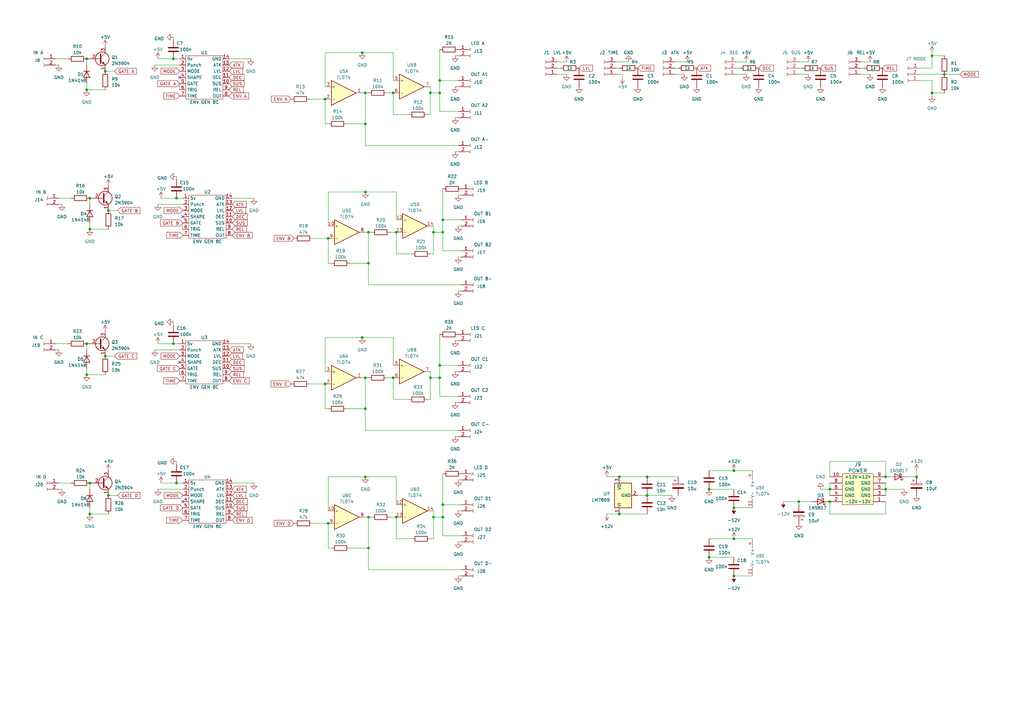
<source format=kicad_sch>
(kicad_sch (version 20230121) (generator eeschema)
  (paper "A3")
  (lib_symbols
    (symbol "AO_symbols:1N5817" (pin_numbers hide) (pin_names (offset 1.016) hide)
      (property "Reference" "D" (at 0 2.54 0))
      (property "Value" "1N5817" (at 0 -2.54 0))
      (symbol "1N5817_1_1"
        (pin passive line (at -3.81 0 0) (length 2.54) (name "K") (number "1"))
        (pin passive line (at 3.81 0 180) (length 2.54) (name "A") (number "2"))
      )
    )
    (symbol "AO_symbols:2N3904" (pin_names (offset 0) hide)
      (property "Reference" "Q" (at 5.08 1.905 0))
      (property "Value" "2N3904" (at 5.08 0 0))
      (symbol "2N3904_1_1"
        (pin passive line (at 2.54 -5.08 90) (length 2.54) (name "E") (number "1"))
        (pin passive line (at -5.08 0 0) (length 5.715) (name "B") (number "2"))
        (pin passive line (at 2.54 5.08 270) (length 2.54) (name "C") (number "3"))
      )
    )
    (symbol "AO_symbols:C" (pin_numbers hide) (pin_names (offset 0.254))
      (property "Reference" "C" (at 0.635 2.54 0))
      (property "Value" "C" (at 0.635 -2.54 0))
      (symbol "C_1_1"
        (pin passive line (at 0 3.81 270) (length 2.794) (name "~") (number "1"))
        (pin passive line (at 0 -3.81 90) (length 2.794) (name "~") (number "2"))
      )
    )
    (symbol "AO_symbols:CP" (pin_numbers hide) (pin_names (offset 0.254))
      (property "Reference" "C" (at 0.635 2.54 0))
      (property "Value" "CP" (at 0.635 -2.54 0))
      (symbol "CP_1_1"
        (pin passive line (at 0 3.81 270) (length 2.794) (name "~") (number "1"))
        (pin passive line (at 0 -3.81 90) (length 2.794) (name "~") (number "2"))
      )
    )
    (symbol "AO_symbols:ENV_GEN_8C"
      (property "Reference" "U" (at 0 10.16 0))
      (symbol "ENV_GEN_8C_0_1"
        (pin input line (at 10.16 -2.54 180) (length 2.54) (name "SUS") (number "10"))
        (pin input line (at 10.16 0 180) (length 2.54) (name "DEC") (number "11"))
        (pin input line (at 10.16 2.54 180) (length 2.54) (name "LVL") (number "12"))
        (pin input line (at 10.16 5.08 180) (length 2.54) (name "ATK") (number "13"))
        (pin input line (at 10.16 7.62 180) (length 2.54) (name "GND") (number "14"))
        (pin input line (at -10.16 5.08 0) (length 2.54) (name "Punch") (number "2"))
        (pin input line (at -10.16 2.54 0) (length 2.54) (name "MODE") (number "3"))
        (pin input line (at -10.16 0 0) (length 2.54) (name "SHAPE") (number "4"))
        (pin input line (at -10.16 -2.54 0) (length 2.54) (name "GATE") (number "5"))
        (pin input line (at -10.16 -5.08 0) (length 2.54) (name "TRIG") (number "6"))
        (pin input line (at -10.16 -7.62 0) (length 2.54) (name "TIME") (number "7"))
        (pin output line (at 10.16 -7.62 180) (length 2.54) (name "OUT") (number "8"))
        (pin input line (at 10.16 -5.08 180) (length 2.54) (name "REL") (number "9"))
      )
      (symbol "ENV_GEN_8C_1_1"
        (pin input line (at -10.16 7.62 0) (length 2.54) (name "5v") (number "1"))
      )
    )
    (symbol "AO_symbols:R" (pin_numbers hide) (pin_names (offset 0))
      (property "Reference" "R" (at 2.032 0 90))
      (property "Value" "R" (at 0 0 90))
      (symbol "R_1_1"
        (pin passive line (at 0 3.81 270) (length 1.27) (name "~") (number "1"))
        (pin passive line (at 0 -3.81 90) (length 1.27) (name "~") (number "2"))
      )
    )
    (symbol "AO_symbols:Synth_power_2x5" (pin_names (offset 1.016))
      (property "Reference" "J" (at 0 -7.62 0))
      (property "Value" "Synth_power_2x5" (at 0 7.62 0))
      (symbol "Synth_power_2x5_1_1"
        (pin power_out line (at 11.43 -5.08 180) (length 5.08) (name "-12V") (number "1"))
        (pin passive line (at -11.43 5.08 0) (length 5.08) (name "+12V") (number "10"))
        (pin passive line (at -11.43 -5.08 0) (length 5.08) (name "-12V") (number "2"))
        (pin power_out line (at 11.43 -2.54 180) (length 5.08) (name "GND") (number "3"))
        (pin passive line (at -11.43 -2.54 0) (length 5.08) (name "GND") (number "4"))
        (pin passive line (at 11.43 0 180) (length 5.08) (name "GND") (number "5"))
        (pin passive line (at -11.43 0 0) (length 5.08) (name "GND") (number "6"))
        (pin passive line (at 11.43 2.54 180) (length 5.08) (name "GND") (number "7"))
        (pin passive line (at -11.43 2.54 0) (length 5.08) (name "GND") (number "8"))
        (pin power_out line (at 11.43 5.08 180) (length 5.08) (name "+12V") (number "9"))
      )
    )
    (symbol "Amplifier_Operational:TL074" (pin_names (offset 0.127))
      (property "Reference" "U" (at 0 5.08 0))
      (property "Value" "TL074" (at 0 -5.08 0))
      (symbol "TL074_1_1"
        (pin output line (at 7.62 0 180) (length 2.54) (name "~") (number "1"))
        (pin input line (at -7.62 -2.54 0) (length 2.54) (name "-") (number "2"))
        (pin input line (at -7.62 2.54 0) (length 2.54) (name "+") (number "3"))
      )
      (symbol "TL074_2_1"
        (pin input line (at -7.62 2.54 0) (length 2.54) (name "+") (number "5"))
        (pin input line (at -7.62 -2.54 0) (length 2.54) (name "-") (number "6"))
        (pin output line (at 7.62 0 180) (length 2.54) (name "~") (number "7"))
      )
      (symbol "TL074_3_1"
        (pin input line (at -7.62 2.54 0) (length 2.54) (name "+") (number "10"))
        (pin output line (at 7.62 0 180) (length 2.54) (name "~") (number "8"))
        (pin input line (at -7.62 -2.54 0) (length 2.54) (name "-") (number "9"))
      )
      (symbol "TL074_4_1"
        (pin input line (at -7.62 2.54 0) (length 2.54) (name "+") (number "12"))
        (pin input line (at -7.62 -2.54 0) (length 2.54) (name "-") (number "13"))
        (pin output line (at 7.62 0 180) (length 2.54) (name "~") (number "14"))
      )
      (symbol "TL074_5_1"
        (pin power_in line (at -2.54 -7.62 90) (length 3.81) (name "V-") (number "11"))
        (pin power_in line (at -2.54 7.62 270) (length 3.81) (name "V+") (number "4"))
      )
    )
    (symbol "Connector:Conn_01x02_Socket" (pin_names (offset 1.016) hide)
      (property "Reference" "J" (at 0 2.54 0))
      (property "Value" "Conn_01x02_Socket" (at 0 -5.08 0))
      (symbol "Conn_01x02_Socket_1_1"
        (pin passive line (at -5.08 0 0) (length 3.81) (name "Pin_1") (number "1"))
        (pin passive line (at -5.08 -2.54 0) (length 3.81) (name "Pin_2") (number "2"))
      )
    )
    (symbol "Connector:Conn_01x03_Socket" (pin_names (offset 1.016) hide)
      (property "Reference" "J" (at 0 5.08 0))
      (property "Value" "Conn_01x03_Socket" (at 0 -5.08 0))
      (symbol "Conn_01x03_Socket_1_1"
        (pin passive line (at -5.08 2.54 0) (length 3.81) (name "Pin_1") (number "1"))
        (pin passive line (at -5.08 0 0) (length 3.81) (name "Pin_2") (number "2"))
        (pin passive line (at -5.08 -2.54 0) (length 3.81) (name "Pin_3") (number "3"))
      )
    )
    (symbol "Diode:1N4148" (pin_numbers hide) (pin_names hide)
      (property "Reference" "D" (at 0 2.54 0))
      (property "Value" "1N4148" (at 0 -2.54 0))
      (symbol "1N4148_1_1"
        (pin passive line (at -3.81 0 0) (length 2.54) (name "K") (number "1"))
        (pin passive line (at 3.81 0 180) (length 2.54) (name "A") (number "2"))
      )
    )
    (symbol "Regulator_Linear:LM7809_TO220" (pin_names (offset 0.254))
      (property "Reference" "U" (at -3.81 3.175 0))
      (property "Value" "LM7809_TO220" (at 0 3.175 0))
      (symbol "LM7809_TO220_1_1"
        (pin power_in line (at -7.62 0 0) (length 2.54) (name "VI") (number "1"))
        (pin power_in line (at 0 -7.62 90) (length 2.54) (name "GND") (number "2"))
        (pin power_out line (at 7.62 0 180) (length 2.54) (name "VO") (number "3"))
      )
    )
    (symbol "power:+12V" (power) (pin_names (offset 0))
      (property "Value" "+12V" (at 0 3.556 0))
      (symbol "+12V_1_1"
        (pin power_in line (at 0 0 90) (length 0) hide (name "+12V") (number "1"))
      )
    )
    (symbol "power:+5V" (power) (pin_names (offset 0))
      (property "Value" "+5V" (at 0 3.556 0))
      (symbol "+5V_1_1"
        (pin power_in line (at 0 0 90) (length 0) hide (name "+5V") (number "1"))
      )
    )
    (symbol "power:-12V" (power) (pin_names (offset 0))
      (property "Value" "-12V" (at 0 3.81 0))
      (symbol "-12V_0_0"
        (pin power_in line (at 0 0 90) (length 0) hide (name "-12V") (number "1"))
      )
    )
    (symbol "power:GND" (power) (pin_names (offset 0))
      (property "Value" "GND" (at 0 -3.81 0))
      (symbol "GND_1_1"
        (pin power_in line (at 0 0 270) (length 0) hide (name "GND") (number "1"))
      )
    )
  )
  (junction (at 382.27 38.1))
  (junction (at 36.83 81.28))
  (junction (at 290.83 200.66))
  (junction (at 149.86 78.74))
  (junction (at 254 210.82))
  (junction (at 44.45 86.36))
  (junction (at 148.59 138.43))
  (junction (at 181.61 207.01))
  (junction (at 363.22 195.58))
  (junction (at 290.83 228.6))
  (junction (at 180.34 33.02))
  (junction (at 149.86 38.1))
  (junction (at 148.59 21.59))
  (junction (at 180.34 149.86))
  (junction (at 180.34 38.1))
  (junction (at 161.29 38.1))
  (junction (at 71.12 140.97))
  (junction (at 300.99 208.28))
  (junction (at 71.12 24.13))
  (junction (at 340.36 205.74))
  (junction (at 162.56 212.09))
  (junction (at 43.18 146.05))
  (junction (at 36.83 210.82))
  (junction (at 265.43 203.2))
  (junction (at 340.36 200.66))
  (junction (at 387.35 30.48))
  (junction (at 177.8 212.09))
  (junction (at 151.13 95.25))
  (junction (at 149.86 50.8))
  (junction (at 327.66 205.74))
  (junction (at 181.61 212.09))
  (junction (at 149.86 154.94))
  (junction (at 161.29 154.94))
  (junction (at 72.39 198.12))
  (junction (at 35.56 153.67))
  (junction (at 300.99 220.98))
  (junction (at 149.86 167.64))
  (junction (at 151.13 212.09))
  (junction (at 180.34 154.94))
  (junction (at 43.18 29.21))
  (junction (at 300.99 236.22))
  (junction (at 133.35 40.64))
  (junction (at 36.83 198.12))
  (junction (at 35.56 140.97))
  (junction (at 265.43 195.58))
  (junction (at 176.53 154.94))
  (junction (at 44.45 203.2))
  (junction (at 36.83 93.98))
  (junction (at 35.56 24.13))
  (junction (at 151.13 107.95))
  (junction (at 162.56 95.25))
  (junction (at 382.27 22.86))
  (junction (at 181.61 90.17))
  (junction (at 151.13 224.79))
  (junction (at 149.86 195.58))
  (junction (at 254 195.58))
  (junction (at 134.62 97.79))
  (junction (at 35.56 36.83))
  (junction (at 134.62 214.63))
  (junction (at 300.99 193.04))
  (junction (at 72.39 81.28))
  (junction (at 176.53 38.1))
  (junction (at 177.8 95.25))
  (junction (at 133.35 157.48))
  (junction (at 363.22 200.66))
  (junction (at 375.92 195.58))
  (junction (at 181.61 95.25))
  (no_connect (at 74.93 88.9))
  (no_connect (at 73.66 148.59))
  (no_connect (at 73.66 31.75))
  (no_connect (at 74.93 205.74))
  (wire (pts (xy 149.86 154.94) (xy 151.13 154.94)))
  (wire (pts (xy 363.22 198.12) (xy 363.22 200.66)))
  (wire (pts (xy 248.92 195.58) (xy 254 195.58)))
  (wire (pts (xy 275.59 203.2) (xy 265.43 203.2)))
  (wire (pts (xy 363.22 205.74) (xy 363.22 210.82)))
  (wire (pts (xy 128.27 214.63) (xy 134.62 214.63)))
  (wire (pts (xy 186.69 165.1) (xy 187.96 165.1)))
  (wire (pts (xy 22.86 24.13) (xy 27.94 24.13)))
  (wire (pts (xy 248.92 210.82) (xy 254 210.82)))
  (wire (pts (xy 134.62 97.79) (xy 134.62 107.95)))
  (wire (pts (xy 187.96 80.01) (xy 189.23 80.01)))
  (wire (pts (xy 162.56 220.98) (xy 168.91 220.98)))
  (wire (pts (xy 187.96 45.72) (xy 180.34 45.72)))
  (wire (pts (xy 255.27 31.75) (xy 255.27 30.48)))
  (wire (pts (xy 290.83 220.98) (xy 300.99 220.98)))
  (wire (pts (xy 176.53 38.1) (xy 176.53 46.99)))
  (wire (pts (xy 255.27 30.48) (xy 252.73 30.48)))
  (wire (pts (xy 35.56 143.51) (xy 35.56 140.97)))
  (wire (pts (xy 66.04 198.12) (xy 72.39 198.12)))
  (wire (pts (xy 24.13 26.67) (xy 22.86 26.67)))
  (wire (pts (xy 290.83 193.04) (xy 300.99 193.04)))
  (wire (pts (xy 176.53 38.1) (xy 176.53 35.56)))
  (wire (pts (xy 149.86 95.25) (xy 151.13 95.25)))
  (wire (pts (xy 265.43 203.2) (xy 261.62 203.2)))
  (wire (pts (xy 382.27 33.02) (xy 377.19 33.02)))
  (wire (pts (xy 24.13 198.12) (xy 29.21 198.12)))
  (wire (pts (xy 280.67 30.48) (xy 276.86 30.48)))
  (wire (pts (xy 148.59 38.1) (xy 149.86 38.1)))
  (wire (pts (xy 63.5 26.67) (xy 73.66 26.67)))
  (wire (pts (xy 36.83 91.44) (xy 36.83 93.98)))
  (wire (pts (xy 387.35 22.86) (xy 382.27 22.86)))
  (wire (pts (xy 36.83 200.66) (xy 36.83 198.12)))
  (wire (pts (xy 331.47 25.4) (xy 327.66 25.4)))
  (wire (pts (xy 25.4 200.66) (xy 24.13 200.66)))
  (wire (pts (xy 372.11 195.58) (xy 375.92 195.58)))
  (wire (pts (xy 387.35 30.48) (xy 393.7 30.48)))
  (wire (pts (xy 149.86 50.8) (xy 149.86 38.1)))
  (wire (pts (xy 176.53 154.94) (xy 176.53 152.4)))
  (wire (pts (xy 134.62 107.95) (xy 135.89 107.95)))
  (wire (pts (xy 142.24 167.64) (xy 149.86 167.64)))
  (wire (pts (xy 290.83 200.66) (xy 300.99 200.66)))
  (wire (pts (xy 340.36 210.82) (xy 340.36 205.74)))
  (wire (pts (xy 151.13 212.09) (xy 152.4 212.09)))
  (wire (pts (xy 48.26 86.36) (xy 44.45 86.36)))
  (wire (pts (xy 158.75 38.1) (xy 161.29 38.1)))
  (wire (pts (xy 162.56 95.25) (xy 162.56 104.14)))
  (wire (pts (xy 73.66 151.13) (xy 73.66 153.67)))
  (wire (pts (xy 22.86 140.97) (xy 27.94 140.97)))
  (wire (pts (xy 35.56 34.29) (xy 35.56 36.83)))
  (wire (pts (xy 151.13 95.25) (xy 152.4 95.25)))
  (wire (pts (xy 363.22 195.58) (xy 363.22 189.23)))
  (wire (pts (xy 72.39 72.39) (xy 72.39 73.66)))
  (wire (pts (xy 175.26 163.83) (xy 176.53 163.83)))
  (wire (pts (xy 186.69 35.56) (xy 187.96 35.56)))
  (wire (pts (xy 181.61 90.17) (xy 181.61 95.25)))
  (wire (pts (xy 148.59 21.59) (xy 161.29 21.59)))
  (wire (pts (xy 354.33 27.94) (xy 353.06 27.94)))
  (wire (pts (xy 340.36 189.23) (xy 340.36 195.58)))
  (wire (pts (xy 160.02 95.25) (xy 162.56 95.25)))
  (wire (pts (xy 363.22 210.82) (xy 340.36 210.82)))
  (wire (pts (xy 134.62 92.71) (xy 134.62 78.74)))
  (wire (pts (xy 327.66 205.74) (xy 332.74 205.74)))
  (wire (pts (xy 187.96 92.71) (xy 189.23 92.71)))
  (wire (pts (xy 382.27 38.1) (xy 387.35 38.1)))
  (wire (pts (xy 133.35 157.48) (xy 133.35 167.64)))
  (wire (pts (xy 133.35 35.56) (xy 133.35 21.59)))
  (wire (pts (xy 149.86 212.09) (xy 151.13 212.09)))
  (wire (pts (xy 187.96 196.85) (xy 189.23 196.85)))
  (wire (pts (xy 232.41 30.48) (xy 228.6 30.48)))
  (wire (pts (xy 308.61 193.04) (xy 300.99 193.04)))
  (wire (pts (xy 64.77 24.13) (xy 71.12 24.13)))
  (wire (pts (xy 46.99 146.05) (xy 43.18 146.05)))
  (wire (pts (xy 148.59 138.43) (xy 161.29 138.43)))
  (wire (pts (xy 290.83 228.6) (xy 300.99 228.6)))
  (wire (pts (xy 128.27 97.79) (xy 134.62 97.79)))
  (wire (pts (xy 356.87 30.48) (xy 353.06 30.48)))
  (wire (pts (xy 186.69 48.26) (xy 187.96 48.26)))
  (wire (pts (xy 254 195.58) (xy 265.43 195.58)))
  (wire (pts (xy 149.86 167.64) (xy 149.86 154.94)))
  (wire (pts (xy 375.92 193.04) (xy 375.92 195.58)))
  (wire (pts (xy 71.12 132.08) (xy 71.12 133.35)))
  (wire (pts (xy 363.22 189.23) (xy 340.36 189.23)))
  (wire (pts (xy 181.61 219.71) (xy 181.61 212.09)))
  (wire (pts (xy 133.35 167.64) (xy 134.62 167.64)))
  (wire (pts (xy 181.61 207.01) (xy 181.61 212.09)))
  (wire (pts (xy 148.59 154.94) (xy 149.86 154.94)))
  (wire (pts (xy 336.55 200.66) (xy 340.36 200.66)))
  (wire (pts (xy 308.61 208.28) (xy 300.99 208.28)))
  (wire (pts (xy 363.22 200.66) (xy 363.22 203.2)))
  (wire (pts (xy 104.14 81.28) (xy 95.25 81.28)))
  (wire (pts (xy 340.36 200.66) (xy 340.36 203.2)))
  (wire (pts (xy 35.56 151.13) (xy 35.56 153.67)))
  (wire (pts (xy 281.94 25.4) (xy 276.86 25.4)))
  (wire (pts (xy 265.43 195.58) (xy 278.13 195.58)))
  (wire (pts (xy 187.96 236.22) (xy 189.23 236.22)))
  (wire (pts (xy 321.31 205.74) (xy 327.66 205.74)))
  (wire (pts (xy 181.61 77.47) (xy 181.61 90.17)))
  (wire (pts (xy 177.8 95.25) (xy 177.8 104.14)))
  (wire (pts (xy 177.8 95.25) (xy 177.8 92.71)))
  (wire (pts (xy 257.81 25.4) (xy 252.73 25.4)))
  (wire (pts (xy 382.27 21.59) (xy 382.27 22.86)))
  (wire (pts (xy 229.87 27.94) (xy 228.6 27.94)))
  (wire (pts (xy 364.49 195.58) (xy 363.22 195.58)))
  (wire (pts (xy 278.13 27.94) (xy 276.86 27.94)))
  (wire (pts (xy 102.87 140.97) (xy 93.98 140.97)))
  (wire (pts (xy 180.34 149.86) (xy 180.34 154.94)))
  (wire (pts (xy 64.77 200.66) (xy 74.93 200.66)))
  (wire (pts (xy 133.35 50.8) (xy 134.62 50.8)))
  (wire (pts (xy 149.86 167.64) (xy 149.86 176.53)))
  (wire (pts (xy 149.86 38.1) (xy 151.13 38.1)))
  (wire (pts (xy 133.35 21.59) (xy 148.59 21.59)))
  (wire (pts (xy 161.29 163.83) (xy 167.64 163.83)))
  (wire (pts (xy 306.07 25.4) (xy 302.26 25.4)))
  (wire (pts (xy 74.93 91.44) (xy 74.93 93.98)))
  (wire (pts (xy 72.39 198.12) (xy 74.93 198.12)))
  (wire (pts (xy 176.53 104.14) (xy 177.8 104.14)))
  (wire (pts (xy 370.84 200.66) (xy 363.22 200.66)))
  (wire (pts (xy 160.02 212.09) (xy 162.56 212.09)))
  (wire (pts (xy 187.96 162.56) (xy 180.34 162.56)))
  (wire (pts (xy 382.27 27.94) (xy 377.19 27.94)))
  (wire (pts (xy 104.14 198.12) (xy 95.25 198.12)))
  (wire (pts (xy 189.23 90.17) (xy 181.61 90.17)))
  (wire (pts (xy 151.13 224.79) (xy 151.13 212.09)))
  (wire (pts (xy 308.61 220.98) (xy 300.99 220.98)))
  (wire (pts (xy 180.34 33.02) (xy 180.34 38.1)))
  (wire (pts (xy 134.62 209.55) (xy 134.62 195.58)))
  (wire (pts (xy 177.8 95.25) (xy 181.61 95.25)))
  (wire (pts (xy 382.27 39.37) (xy 382.27 38.1)))
  (wire (pts (xy 151.13 224.79) (xy 151.13 233.68)))
  (wire (pts (xy 149.86 176.53) (xy 187.96 176.53)))
  (wire (pts (xy 302.26 30.48) (xy 306.07 30.48)))
  (wire (pts (xy 35.56 26.67) (xy 35.56 24.13)))
  (wire (pts (xy 71.12 24.13) (xy 73.66 24.13)))
  (wire (pts (xy 308.61 236.22) (xy 300.99 236.22)))
  (wire (pts (xy 186.69 62.23) (xy 187.96 62.23)))
  (wire (pts (xy 177.8 212.09) (xy 181.61 212.09)))
  (wire (pts (xy 328.93 27.94) (xy 327.66 27.94)))
  (wire (pts (xy 340.36 198.12) (xy 340.36 200.66)))
  (wire (pts (xy 36.83 93.98) (xy 44.45 93.98)))
  (wire (pts (xy 187.96 105.41) (xy 189.23 105.41)))
  (wire (pts (xy 63.5 143.51) (xy 73.66 143.51)))
  (wire (pts (xy 187.96 222.25) (xy 189.23 222.25)))
  (wire (pts (xy 149.86 59.69) (xy 187.96 59.69)))
  (wire (pts (xy 187.96 209.55) (xy 189.23 209.55)))
  (wire (pts (xy 66.04 81.28) (xy 72.39 81.28)))
  (wire (pts (xy 151.13 107.95) (xy 151.13 116.84)))
  (wire (pts (xy 142.24 50.8) (xy 149.86 50.8)))
  (wire (pts (xy 25.4 83.82) (xy 24.13 83.82)))
  (wire (pts (xy 149.86 195.58) (xy 162.56 195.58)))
  (wire (pts (xy 36.83 210.82) (xy 44.45 210.82)))
  (wire (pts (xy 71.12 15.24) (xy 71.12 16.51)))
  (wire (pts (xy 356.87 25.4) (xy 353.06 25.4)))
  (wire (pts (xy 74.93 208.28) (xy 74.93 210.82)))
  (wire (pts (xy 143.51 224.79) (xy 151.13 224.79)))
  (wire (pts (xy 64.77 83.82) (xy 74.93 83.82)))
  (wire (pts (xy 162.56 195.58) (xy 162.56 207.01)))
  (wire (pts (xy 133.35 138.43) (xy 148.59 138.43)))
  (wire (pts (xy 134.62 78.74) (xy 149.86 78.74)))
  (wire (pts (xy 149.86 78.74) (xy 162.56 78.74)))
  (wire (pts (xy 377.19 30.48) (xy 387.35 30.48)))
  (wire (pts (xy 134.62 214.63) (xy 134.62 224.79)))
  (wire (pts (xy 254 210.82) (xy 265.43 210.82)))
  (wire (pts (xy 176.53 154.94) (xy 176.53 163.83)))
  (wire (pts (xy 72.39 81.28) (xy 74.93 81.28)))
  (wire (pts (xy 331.47 30.48) (xy 327.66 30.48)))
  (wire (pts (xy 303.53 27.94) (xy 302.26 27.94)))
  (wire (pts (xy 189.23 207.01) (xy 181.61 207.01)))
  (wire (pts (xy 143.51 107.95) (xy 151.13 107.95)))
  (wire (pts (xy 162.56 104.14) (xy 168.91 104.14)))
  (wire (pts (xy 72.39 189.23) (xy 72.39 190.5)))
  (wire (pts (xy 35.56 36.83) (xy 43.18 36.83)))
  (wire (pts (xy 180.34 45.72) (xy 180.34 38.1)))
  (wire (pts (xy 180.34 20.32) (xy 180.34 33.02)))
  (wire (pts (xy 187.96 119.38) (xy 189.23 119.38)))
  (wire (pts (xy 149.86 50.8) (xy 149.86 59.69)))
  (wire (pts (xy 181.61 194.31) (xy 181.61 207.01)))
  (wire (pts (xy 189.23 219.71) (xy 181.61 219.71)))
  (wire (pts (xy 35.56 153.67) (xy 43.18 153.67)))
  (wire (pts (xy 180.34 162.56) (xy 180.34 154.94)))
  (wire (pts (xy 187.96 33.02) (xy 180.34 33.02)))
  (wire (pts (xy 382.27 22.86) (xy 382.27 27.94)))
  (wire (pts (xy 254 27.94) (xy 252.73 27.94)))
  (wire (pts (xy 46.99 29.21) (xy 43.18 29.21)))
  (wire (pts (xy 64.77 140.97) (xy 71.12 140.97)))
  (wire (pts (xy 24.13 81.28) (xy 29.21 81.28)))
  (wire (pts (xy 186.69 152.4) (xy 187.96 152.4)))
  (wire (pts (xy 327.66 207.01) (xy 327.66 205.74)))
  (wire (pts (xy 186.69 179.07) (xy 187.96 179.07)))
  (wire (pts (xy 176.53 38.1) (xy 180.34 38.1)))
  (wire (pts (xy 48.26 203.2) (xy 44.45 203.2)))
  (wire (pts (xy 158.75 154.94) (xy 161.29 154.94)))
  (wire (pts (xy 151.13 107.95) (xy 151.13 95.25)))
  (wire (pts (xy 177.8 212.09) (xy 177.8 209.55)))
  (wire (pts (xy 161.29 154.94) (xy 161.29 163.83)))
  (wire (pts (xy 180.34 137.16) (xy 180.34 149.86)))
  (wire (pts (xy 177.8 212.09) (xy 177.8 220.98)))
  (wire (pts (xy 71.12 140.97) (xy 73.66 140.97)))
  (wire (pts (xy 162.56 78.74) (xy 162.56 90.17)))
  (wire (pts (xy 175.26 46.99) (xy 176.53 46.99)))
  (wire (pts (xy 151.13 233.68) (xy 189.23 233.68)))
  (wire (pts (xy 162.56 212.09) (xy 162.56 220.98)))
  (wire (pts (xy 73.66 34.29) (xy 73.66 36.83)))
  (wire (pts (xy 36.83 208.28) (xy 36.83 210.82)))
  (wire (pts (xy 151.13 116.84) (xy 189.23 116.84)))
  (wire (pts (xy 24.13 143.51) (xy 22.86 143.51)))
  (wire (pts (xy 134.62 195.58) (xy 149.86 195.58)))
  (wire (pts (xy 189.23 102.87) (xy 181.61 102.87)))
  (wire (pts (xy 161.29 38.1) (xy 161.29 46.99)))
  (wire (pts (xy 186.69 139.7) (xy 187.96 139.7)))
  (wire (pts (xy 133.35 152.4) (xy 133.35 138.43)))
  (wire (pts (xy 181.61 102.87) (xy 181.61 95.25)))
  (wire (pts (xy 36.83 83.82) (xy 36.83 81.28)))
  (wire (pts (xy 186.69 22.86) (xy 187.96 22.86)))
  (wire (pts (xy 134.62 224.79) (xy 135.89 224.79)))
  (wire (pts (xy 127 40.64) (xy 133.35 40.64)))
  (wire (pts (xy 176.53 154.94) (xy 180.34 154.94)))
  (wire (pts (xy 382.27 38.1) (xy 382.27 33.02)))
  (wire (pts (xy 161.29 46.99) (xy 167.64 46.99)))
  (wire (pts (xy 176.53 220.98) (xy 177.8 220.98)))
  (wire (pts (xy 187.96 149.86) (xy 180.34 149.86)))
  (wire (pts (xy 161.29 21.59) (xy 161.29 33.02)))
  (wire (pts (xy 161.29 138.43) (xy 161.29 149.86)))
  (wire (pts (xy 232.41 25.4) (xy 228.6 25.4)))
  (wire (pts (xy 127 157.48) (xy 133.35 157.48)))
  (wire (pts (xy 102.87 24.13) (xy 93.98 24.13)))
  (wire (pts (xy 133.35 40.64) (xy 133.35 50.8)))
  (global_label "DEC" (shape input) (at 95.25 88.9 0) (property "Intersheetrefs" "${INTERSHEET_REFS}" (effects hide)))
  (global_label "REL" (shape input) (at 361.95 27.94 0) (property "Intersheetrefs" "${INTERSHEET_REFS}" (effects hide)))
  (global_label "MODE" (shape input) (at 73.66 146.05 180) (property "Intersheetrefs" "${INTERSHEET_REFS}" (effects hide)))
  (global_label "ATK" (shape input) (at 93.98 143.51 0) (property "Intersheetrefs" "${INTERSHEET_REFS}" (effects hide)))
  (global_label "LVL" (shape input) (at 237.49 27.94 0) (property "Intersheetrefs" "${INTERSHEET_REFS}" (effects hide)))
  (global_label "REL" (shape input) (at 95.25 210.82 0) (property "Intersheetrefs" "${INTERSHEET_REFS}" (effects hide)))
  (global_label "ENV C" (shape input) (at 119.38 157.48 180) (property "Intersheetrefs" "${INTERSHEET_REFS}" (effects hide)))
  (global_label "DEC" (shape input) (at 95.25 205.74 0) (property "Intersheetrefs" "${INTERSHEET_REFS}" (effects hide)))
  (global_label "SUS" (shape input) (at 93.98 151.13 0) (property "Intersheetrefs" "${INTERSHEET_REFS}" (effects hide)))
  (global_label "SUS" (shape input) (at 95.25 208.28 0) (property "Intersheetrefs" "${INTERSHEET_REFS}" (effects hide)))
  (global_label "ENV B" (shape input) (at 120.65 97.79 180) (property "Intersheetrefs" "${INTERSHEET_REFS}" (effects hide)))
  (global_label "REL" (shape input) (at 95.25 93.98 0) (property "Intersheetrefs" "${INTERSHEET_REFS}" (effects hide)))
  (global_label "TIME" (shape input) (at 73.66 39.37 180) (property "Intersheetrefs" "${INTERSHEET_REFS}" (effects hide)))
  (global_label "SUS" (shape input) (at 336.55 27.94 0) (property "Intersheetrefs" "${INTERSHEET_REFS}" (effects hide)))
  (global_label "GATE A" (shape input) (at 73.66 34.29 180) (property "Intersheetrefs" "${INTERSHEET_REFS}" (effects hide)))
  (global_label "MODE" (shape input) (at 74.93 203.2 180) (property "Intersheetrefs" "${INTERSHEET_REFS}" (effects hide)))
  (global_label "GATE B" (shape input) (at 74.93 91.44 180) (property "Intersheetrefs" "${INTERSHEET_REFS}" (effects hide)))
  (global_label "REL" (shape input) (at 93.98 36.83 0) (property "Intersheetrefs" "${INTERSHEET_REFS}" (effects hide)))
  (global_label "GATE B" (shape input) (at 48.26 86.36 0) (property "Intersheetrefs" "${INTERSHEET_REFS}" (effects hide)))
  (global_label "LVL" (shape input) (at 95.25 203.2 0) (property "Intersheetrefs" "${INTERSHEET_REFS}" (effects hide)))
  (global_label "DEC" (shape input) (at 311.15 27.94 0) (property "Intersheetrefs" "${INTERSHEET_REFS}" (effects hide)))
  (global_label "SUS" (shape input) (at 93.98 34.29 0) (property "Intersheetrefs" "${INTERSHEET_REFS}" (effects hide)))
  (global_label "GATE A" (shape input) (at 46.99 29.21 0) (property "Intersheetrefs" "${INTERSHEET_REFS}" (effects hide)))
  (global_label "GATE C" (shape input) (at 46.99 146.05 0) (property "Intersheetrefs" "${INTERSHEET_REFS}" (effects hide)))
  (global_label "ENV C" (shape input) (at 93.98 156.21 0) (property "Intersheetrefs" "${INTERSHEET_REFS}" (effects hide)))
  (global_label "TIME" (shape input) (at 74.93 213.36 180) (property "Intersheetrefs" "${INTERSHEET_REFS}" (effects hide)))
  (global_label "MODE" (shape input) (at 393.7 30.48 0) (property "Intersheetrefs" "${INTERSHEET_REFS}" (effects hide)))
  (global_label "TIME" (shape input) (at 261.62 27.94 0) (property "Intersheetrefs" "${INTERSHEET_REFS}" (effects hide)))
  (global_label "LVL" (shape input) (at 93.98 29.21 0) (property "Intersheetrefs" "${INTERSHEET_REFS}" (effects hide)))
  (global_label "MODE" (shape input) (at 73.66 29.21 180) (property "Intersheetrefs" "${INTERSHEET_REFS}" (effects hide)))
  (global_label "ATK" (shape input) (at 93.98 26.67 0) (property "Intersheetrefs" "${INTERSHEET_REFS}" (effects hide)))
  (global_label "TIME" (shape input) (at 73.66 156.21 180) (property "Intersheetrefs" "${INTERSHEET_REFS}" (effects hide)))
  (global_label "ATK" (shape input) (at 95.25 200.66 0) (property "Intersheetrefs" "${INTERSHEET_REFS}" (effects hide)))
  (global_label "ENV A" (shape input) (at 119.38 40.64 180) (property "Intersheetrefs" "${INTERSHEET_REFS}" (effects hide)))
  (global_label "DEC" (shape input) (at 93.98 148.59 0) (property "Intersheetrefs" "${INTERSHEET_REFS}" (effects hide)))
  (global_label "GATE D" (shape input) (at 48.26 203.2 0) (property "Intersheetrefs" "${INTERSHEET_REFS}" (effects hide)))
  (global_label "ENV D" (shape input) (at 120.65 214.63 180) (property "Intersheetrefs" "${INTERSHEET_REFS}" (effects hide)))
  (global_label "ENV B" (shape input) (at 95.25 96.52 0) (property "Intersheetrefs" "${INTERSHEET_REFS}" (effects hide)))
  (global_label "ATK" (shape input) (at 95.25 83.82 0) (property "Intersheetrefs" "${INTERSHEET_REFS}" (effects hide)))
  (global_label "GATE C" (shape input) (at 73.66 151.13 180) (property "Intersheetrefs" "${INTERSHEET_REFS}" (effects hide)))
  (global_label "GATE D" (shape input) (at 74.93 208.28 180) (property "Intersheetrefs" "${INTERSHEET_REFS}" (effects hide)))
  (global_label "DEC" (shape input) (at 93.98 31.75 0) (property "Intersheetrefs" "${INTERSHEET_REFS}" (effects hide)))
  (global_label "ATK" (shape input) (at 285.75 27.94 0) (property "Intersheetrefs" "${INTERSHEET_REFS}" (effects hide)))
  (global_label "SUS" (shape input) (at 95.25 91.44 0) (property "Intersheetrefs" "${INTERSHEET_REFS}" (effects hide)))
  (global_label "TIME" (shape input) (at 74.93 96.52 180) (property "Intersheetrefs" "${INTERSHEET_REFS}" (effects hide)))
  (global_label "ENV D" (shape input) (at 95.25 213.36 0) (property "Intersheetrefs" "${INTERSHEET_REFS}" (effects hide)))
  (global_label "LVL" (shape input) (at 93.98 146.05 0) (property "Intersheetrefs" "${INTERSHEET_REFS}" (effects hide)))
  (global_label "REL" (shape input) (at 93.98 153.67 0) (property "Intersheetrefs" "${INTERSHEET_REFS}" (effects hide)))
  (global_label "MODE" (shape input) (at 74.93 86.36 180) (property "Intersheetrefs" "${INTERSHEET_REFS}" (effects hide)))
  (global_label "ENV A" (shape input) (at 93.98 39.37 0) (property "Intersheetrefs" "${INTERSHEET_REFS}" (effects hide)))
  (global_label "LVL" (shape input) (at 95.25 86.36 0) (property "Intersheetrefs" "${INTERSHEET_REFS}" (effects hide)))
  (symbol (lib_id "power:GND") (at 275.59 203.2 0) (unit 1)
    (property "Reference" "#PWR083" (effects hide))
    (property "Value" "GND" (at 275.59 208.28 0))
  )
  (symbol (lib_id "power:GND") (at 186.69 48.26 0) (mirror y) (unit 1)
    (property "Reference" "#PWR038" (effects hide))
    (property "Value" "GND" (at 186.69 53.34 0))
  )
  (symbol (lib_id "AO_symbols:Synth_power_2x5") (at 351.79 200.66 0) (unit 1)
    (property "Reference" "J9" (at 351.79 190.5 0) (effects (font (size 1.524 1.524))))
    (property "Value" "POWER" (at 351.79 193.04 0) (effects (font (size 1.524 1.524))))
    (property "Footprint" "ao_tht:Power_Header" (effects hide))
    (property "Vendor" "Tayda" (effects hide))
    (property "SKU" "A-2939" (effects hide))
  )
  (symbol (lib_id "AO_symbols:ENV_GEN_8C") (at 85.09 205.74 0) (unit 1)
    (property "Reference" "U4" (at 85.09 195.58 0))
    (property "Value" "ENV GEN 8C" (at 85.09 215.9 0))
    (property "Footprint" "ao_tht:DIP-14_W7.62mm_Socket_LongPads" (effects hide))
  )
  (symbol (lib_id "power:GND") (at 290.83 200.66 0) (unit 1)
    (property "Reference" "#PWR043" (effects hide))
    (property "Value" "GND" (at 290.83 205.74 0))
  )
  (symbol (lib_id "power:+5V") (at 44.45 193.04 0) (unit 1)
    (property "Reference" "#PWR061" (effects hide))
    (property "Value" "+5V" (at 44.45 189.23 0))
  )
  (symbol (lib_id "Connector:Conn_01x02_Socket") (at 193.04 137.16 0) (unit 1)
    (property "Reference" "J21" (at 194.31 137.795 0) (effects (justify left)))
    (property "Value" "LED C" (at 193.04 134.62 0) (effects (justify left)))
    (property "Footprint" "ao_tht:PinHeader_1x02_P2.54mm_Vertical" (effects hide))
  )
  (symbol (lib_id "power:GND") (at 35.56 36.83 0) (unit 1)
    (property "Reference" "#PWR026" (effects hide))
    (property "Value" "GND" (at 35.56 41.91 0))
  )
  (symbol (lib_id "AO_symbols:CP") (at 375.92 199.39 0) (unit 1)
    (property "Reference" "C8" (at 379.73 197.866 0) (effects (justify left)))
    (property "Value" "10uf" (at 379.73 200.406 0) (effects (justify left)))
    (property "Footprint" "ao_tht:CP_Radial_D5.0mm_P2.00mm" (effects hide))
    (property "Vendor" "Tayda" (effects hide))
  )
  (symbol (lib_id "power:-12V") (at 300.99 236.22 180) (unit 1)
    (property "Reference" "#PWR082" (effects hide))
    (property "Value" "-12V" (at 300.99 241.3 0))
  )
  (symbol (lib_id "power:GND") (at 148.59 21.59 0) (unit 1)
    (property "Reference" "#PWR033" (effects hide))
    (property "Value" "GND" (at 148.59 26.67 0))
  )
  (symbol (lib_id "power:GND") (at 71.12 15.24 270) (unit 1)
    (property "Reference" "#PWR023" (effects hide))
    (property "Value" "GND" (at 67.31 15.875 90) (effects (justify right)))
  )
  (symbol (lib_id "AO_symbols:R") (at 124.46 214.63 90) (unit 1)
    (property "Reference" "R28" (at 124.46 209.55 90))
    (property "Value" "47k" (at 124.46 212.09 90))
    (property "Footprint" "ao_tht:R_Axial_DIN0207_L6.3mm_D2.5mm_P7.62mm_Horizontal" (effects hide))
    (property "Vendor" "Tayda" (effects hide))
  )
  (symbol (lib_id "AO_symbols:R") (at 307.34 27.94 90) (unit 1)
    (property "Reference" "R6" (at 308.61 25.4 90))
    (property "Value" "1k" (at 307.34 27.94 90))
    (property "Footprint" "ao_tht:R_Axial_DIN0207_L6.3mm_D2.5mm_P7.62mm_Horizontal" (effects hide))
    (property "Vendor" "Tayda" (effects hide))
  )
  (symbol (lib_id "power:GND") (at 149.86 195.58 0) (unit 1)
    (property "Reference" "#PWR071" (effects hide))
    (property "Value" "GND" (at 149.86 200.66 0))
  )
  (symbol (lib_id "AO_symbols:CP") (at 278.13 199.39 0) (unit 1)
    (property "Reference" "C10" (at 281.94 197.866 0) (effects (justify left)))
    (property "Value" "10u" (at 281.94 200.406 0) (effects (justify left)))
    (property "Footprint" "ao_tht:CP_Radial_D5.0mm_P2.00mm" (effects hide))
    (property "Vendor" "Tayda" (effects hide))
  )
  (symbol (lib_id "AO_symbols:R") (at 43.18 149.86 0) (unit 1)
    (property "Reference" "R25" (at 45.72 149.225 0) (effects (justify left)))
    (property "Value" "10k" (at 45.72 151.765 0) (effects (justify left)))
    (property "Footprint" "ao_tht:R_Axial_DIN0207_L6.3mm_D2.5mm_P7.62mm_Horizontal" (effects hide))
    (property "Vendor" "Tayda" (effects hide))
  )
  (symbol (lib_id "power:GND") (at 370.84 200.66 0) (unit 1)
    (property "Reference" "#PWR030" (effects hide))
    (property "Value" "GND" (at 370.84 205.74 0))
  )
  (symbol (lib_id "Connector:Conn_01x02_Socket") (at 17.78 24.13 0) (mirror y) (unit 1)
    (property "Reference" "J8" (at 16.51 24.765 0) (effects (justify left)))
    (property "Value" "IN A" (at 17.78 21.59 0) (effects (justify left)))
    (property "Footprint" "ao_tht:PinHeader_1x02_P2.54mm_Vertical" (effects hide))
  )
  (symbol (lib_id "power:GND") (at 237.49 35.56 0) (unit 1)
    (property "Reference" "#PWR014" (effects hide))
    (property "Value" "GND" (at 237.49 40.64 0))
  )
  (symbol (lib_id "AO_symbols:R") (at 281.94 27.94 90) (unit 1)
    (property "Reference" "R5" (at 283.21 25.4 90))
    (property "Value" "1k" (at 281.94 27.94 90))
    (property "Footprint" "ao_tht:R_Axial_DIN0207_L6.3mm_D2.5mm_P7.62mm_Horizontal" (effects hide))
    (property "Vendor" "Tayda" (effects hide))
  )
  (symbol (lib_id "AO_symbols:C") (at 285.75 31.75 0) (unit 1)
    (property "Reference" "C1" (at 289.56 31.115 0) (effects (justify left)))
    (property "Value" "100n" (at 289.56 33.655 0) (effects (justify left)))
    (property "Footprint" "ao_tht:C_Rect_L7.2mm_W2.5mm_P5.00mm_FKS2_FKP2_MKS2_MKP2" (effects hide))
    (property "Vendor" "Tayda" (effects hide))
  )
  (symbol (lib_id "AO_symbols:R") (at 154.94 38.1 90) (unit 1)
    (property "Reference" "R11" (at 154.94 33.02 90))
    (property "Value" "100k" (at 154.94 35.56 90))
    (property "Footprint" "ao_tht:R_Axial_DIN0207_L6.3mm_D2.5mm_P7.62mm_Horizontal" (effects hide))
    (property "Vendor" "Tayda" (effects hide))
  )
  (symbol (lib_id "power:GND") (at 186.69 35.56 0) (mirror y) (unit 1)
    (property "Reference" "#PWR034" (effects hide))
    (property "Value" "GND" (at 186.69 40.64 0))
  )
  (symbol (lib_id "power:GND") (at 336.55 200.66 0) (mirror x) (unit 1)
    (property "Reference" "#PWR031" (effects hide))
    (property "Value" "GND" (at 336.55 195.58 0))
  )
  (symbol (lib_id "AO_symbols:1N5817") (at 368.3 195.58 180) (unit 1)
    (property "Reference" "D2" (at 368.6175 190.5 0))
    (property "Value" "1N5817" (at 368.6175 193.04 0))
    (property "Footprint" "ao_tht:D_DO-41_SOD81_P7.62mm_Horizontal" (effects hide))
    (property "Vendor" "Tayda" (effects hide))
    (property "SKU" "A-159" (effects hide))
  )
  (symbol (lib_id "power:GND") (at 261.62 35.56 0) (unit 1)
    (property "Reference" "#PWR015" (effects hide))
    (property "Value" "GND" (at 261.62 40.64 0))
  )
  (symbol (lib_id "Amplifier_Operational:TL074") (at 140.97 38.1 0) (unit 1)
    (property "Reference" "U5" (at 140.97 29.21 0))
    (property "Value" "TL074" (at 140.97 31.75 0))
    (property "Footprint" "ao_tht:DIP-14_W7.62mm_Socket_LongPads" (effects hide))
    (property "Datasheet" "http://www.ti.com/lit/ds/symlink/tl071.pdf" (effects hide))
  )
  (symbol (lib_id "Connector:Conn_01x02_Socket") (at 193.04 162.56 0) (unit 1)
    (property "Reference" "J23" (at 194.31 163.195 0) (effects (justify left)))
    (property "Value" "OUT C2" (at 193.04 160.02 0) (effects (justify left)))
    (property "Footprint" "ao_tht:PinHeader_1x02_P2.54mm_Vertical" (effects hide))
  )
  (symbol (lib_id "AO_symbols:R") (at 44.45 90.17 0) (unit 1)
    (property "Reference" "R17" (at 46.99 89.535 0) (effects (justify left)))
    (property "Value" "10k" (at 46.99 92.075 0) (effects (justify left)))
    (property "Footprint" "ao_tht:R_Axial_DIN0207_L6.3mm_D2.5mm_P7.62mm_Horizontal" (effects hide))
    (property "Vendor" "Tayda" (effects hide))
  )
  (symbol (lib_id "Connector:Conn_01x02_Socket") (at 194.31 90.17 0) (unit 1)
    (property "Reference" "J16" (at 195.58 90.805 0) (effects (justify left)))
    (property "Value" "OUT B1" (at 194.31 87.63 0) (effects (justify left)))
    (property "Footprint" "ao_tht:PinHeader_1x02_P2.54mm_Vertical" (effects hide))
  )
  (symbol (lib_id "power:GND") (at 186.69 152.4 0) (mirror y) (unit 1)
    (property "Reference" "#PWR073" (effects hide))
    (property "Value" "GND" (at 186.69 157.48 0))
  )
  (symbol (lib_id "power:GND") (at 187.96 92.71 0) (mirror y) (unit 1)
    (property "Reference" "#PWR053" (effects hide))
    (property "Value" "GND" (at 187.96 97.79 0))
  )
  (symbol (lib_id "power:GND") (at 382.27 39.37 0) (unit 1)
    (property "Reference" "#PWR019" (effects hide))
    (property "Value" "GND" (at 382.27 44.45 0))
  )
  (symbol (lib_id "power:+5V") (at 43.18 135.89 0) (unit 1)
    (property "Reference" "#PWR060" (effects hide))
    (property "Value" "+5V" (at 43.18 132.08 0))
  )
  (symbol (lib_id "power:GND") (at 187.96 119.38 0) (mirror y) (unit 1)
    (property "Reference" "#PWR055" (effects hide))
    (property "Value" "GND" (at 187.96 124.46 0))
  )
  (symbol (lib_id "Connector:Conn_01x02_Socket") (at 194.31 102.87 0) (unit 1)
    (property "Reference" "J17" (at 195.58 103.505 0) (effects (justify left)))
    (property "Value" "OUT B2" (at 194.31 100.33 0) (effects (justify left)))
    (property "Footprint" "ao_tht:PinHeader_1x02_P2.54mm_Vertical" (effects hide))
  )
  (symbol (lib_id "Connector:Conn_01x02_Socket") (at 193.04 149.86 0) (unit 1)
    (property "Reference" "J22" (at 194.31 150.495 0) (effects (justify left)))
    (property "Value" "OUT C1" (at 193.04 147.32 0) (effects (justify left)))
    (property "Footprint" "ao_tht:PinHeader_1x02_P2.54mm_Vertical" (effects hide))
  )
  (symbol (lib_id "power:GND") (at 232.41 30.48 0) (unit 1)
    (property "Reference" "#PWR06" (effects hide))
    (property "Value" "GND" (at 232.41 35.56 0))
  )
  (symbol (lib_id "power:GND") (at 186.69 62.23 0) (mirror y) (unit 1)
    (property "Reference" "#PWR039" (effects hide))
    (property "Value" "GND" (at 186.69 67.31 0))
  )
  (symbol (lib_id "Connector:Conn_01x03_Socket") (at 247.65 27.94 180) (unit 1)
    (property "Reference" "J2" (at 247.015 21.59 0))
    (property "Value" "TIME" (at 251.46 21.59 0))
    (property "Footprint" "ao_tht:PinHeader_1x03_P2.54mm_Vertical" (effects hide))
  )
  (symbol (lib_id "Connector:Conn_01x03_Socket") (at 372.11 30.48 180) (unit 1)
    (property "Reference" "J7" (at 372.745 24.13 0))
    (property "Value" "MODE" (at 377.19 24.13 0))
    (property "Footprint" "ao_tht:PinHeader_1x03_P2.54mm_Vertical" (effects hide))
  )
  (symbol (lib_id "Diode:1N4148") (at 36.83 204.47 270) (unit 1)
    (property "Reference" "D6" (at 33.02 204.47 90) (effects (justify left)))
    (property "Value" "1N4148" (at 29.21 207.01 90) (effects (justify left)))
    (property "Footprint" "Diode_THT:D_DO-35_SOD27_P7.62mm_Horizontal" (effects hide))
    (property "Datasheet" "https://assets.nexperia.com/documents/data-sheet/1N4148_1N4448.pdf" (effects hide))
    (property "Sim.Device" "D" (effects hide))
    (property "Sim.Pins" "1=K 2=A" (effects hide))
  )
  (symbol (lib_id "power:GND") (at 64.77 200.66 0) (unit 1)
    (property "Reference" "#PWR064" (effects hide))
    (property "Value" "GND" (at 64.77 205.74 0))
  )
  (symbol (lib_id "power:GND") (at 331.47 30.48 0) (unit 1)
    (property "Reference" "#PWR03" (effects hide))
    (property "Value" "GND" (at 331.47 35.56 0))
  )
  (symbol (lib_id "AO_symbols:R") (at 43.18 33.02 0) (unit 1)
    (property "Reference" "R9" (at 45.72 32.385 0) (effects (justify left)))
    (property "Value" "10k" (at 45.72 34.925 0) (effects (justify left)))
    (property "Footprint" "ao_tht:R_Axial_DIN0207_L6.3mm_D2.5mm_P7.62mm_Horizontal" (effects hide))
    (property "Vendor" "Tayda" (effects hide))
  )
  (symbol (lib_id "AO_symbols:R") (at 123.19 40.64 90) (unit 1)
    (property "Reference" "R13" (at 123.19 35.56 90))
    (property "Value" "47k" (at 123.19 38.1 90))
    (property "Footprint" "ao_tht:R_Axial_DIN0207_L6.3mm_D2.5mm_P7.62mm_Horizontal" (effects hide))
    (property "Vendor" "Tayda" (effects hide))
  )
  (symbol (lib_id "AO_symbols:R") (at 358.14 27.94 90) (unit 1)
    (property "Reference" "R8" (at 359.41 25.4 90))
    (property "Value" "1k" (at 358.14 27.94 90))
    (property "Footprint" "ao_tht:R_Axial_DIN0207_L6.3mm_D2.5mm_P7.62mm_Horizontal" (effects hide))
    (property "Vendor" "Tayda" (effects hide))
  )
  (symbol (lib_id "power:GND") (at 375.92 203.2 0) (unit 1)
    (property "Reference" "#PWR036" (effects hide))
    (property "Value" "GND" (at 375.92 208.28 0))
  )
  (symbol (lib_id "power:-12V") (at 321.31 205.74 180) (unit 1)
    (property "Reference" "#PWR032" (effects hide))
    (property "Value" "-12V" (at 321.31 210.82 0))
  )
  (symbol (lib_id "power:GND") (at 361.95 35.56 0) (unit 1)
    (property "Reference" "#PWR018" (effects hide))
    (property "Value" "GND" (at 361.95 40.64 0))
  )
  (symbol (lib_id "AO_symbols:C") (at 237.49 31.75 0) (unit 1)
    (property "Reference" "C2" (at 241.3 31.115 0) (effects (justify left)))
    (property "Value" "100n" (at 241.3 33.655 0) (effects (justify left)))
    (property "Footprint" "ao_tht:C_Rect_L7.2mm_W2.5mm_P5.00mm_FKS2_FKP2_MKS2_MKP2" (effects hide))
    (property "Vendor" "Tayda" (effects hide))
  )
  (symbol (lib_id "power:GND") (at 24.13 143.51 0) (unit 1)
    (property "Reference" "#PWR056" (effects hide))
    (property "Value" "GND" (at 24.13 148.59 0))
  )
  (symbol (lib_id "power:GND") (at 336.55 35.56 0) (unit 1)
    (property "Reference" "#PWR017" (effects hide))
    (property "Value" "GND" (at 336.55 40.64 0))
  )
  (symbol (lib_id "Amplifier_Operational:TL074") (at 142.24 212.09 0) (unit 3)
    (property "Reference" "U6" (at 142.24 203.2 0))
    (property "Value" "TL074" (at 142.24 205.74 0))
    (property "Footprint" "ao_tht:DIP-14_W7.62mm_Socket_LongPads" (effects hide))
    (property "Datasheet" "http://www.ti.com/lit/ds/symlink/tl071.pdf" (effects hide))
  )
  (symbol (lib_id "AO_symbols:ENV_GEN_8C") (at 83.82 148.59 0) (unit 1)
    (property "Reference" "U3" (at 83.82 138.43 0))
    (property "Value" "ENV GEN 8C" (at 83.82 158.75 0))
    (property "Footprint" "ao_tht:DIP-14_W7.62mm_Socket_LongPads" (effects hide))
  )
  (symbol (lib_id "power:-12V") (at 300.99 208.28 180) (unit 1)
    (property "Reference" "#PWR029" (effects hide))
    (property "Value" "-12V" (at 300.99 213.36 0))
  )
  (symbol (lib_id "power:GND") (at 257.81 25.4 180) (unit 1)
    (property "Reference" "#PWR05" (effects hide))
    (property "Value" "GND" (at 257.81 21.59 0))
  )
  (symbol (lib_id "power:GND") (at 187.96 222.25 0) (mirror y) (unit 1)
    (property "Reference" "#PWR078" (effects hide))
    (property "Value" "GND" (at 187.96 227.33 0))
  )
  (symbol (lib_id "AO_symbols:CP") (at 327.66 210.82 180) (unit 1)
    (property "Reference" "C9" (at 331.47 211.074 0) (effects (justify right)))
    (property "Value" "10uf" (at 331.47 213.614 0) (effects (justify right)))
    (property "Footprint" "ao_tht:CP_Radial_D5.0mm_P2.00mm" (effects hide))
    (property "Vendor" "Tayda" (effects hide))
  )
  (symbol (lib_id "Connector:Conn_01x02_Socket") (at 193.04 59.69 0) (unit 1)
    (property "Reference" "J12" (at 194.31 60.325 0) (effects (justify left)))
    (property "Value" "OUT A-" (at 193.04 57.15 0) (effects (justify left)))
    (property "Footprint" "ao_tht:PinHeader_1x02_P2.54mm_Vertical" (effects hide))
  )
  (symbol (lib_id "AO_symbols:R") (at 138.43 167.64 90) (unit 1)
    (property "Reference" "R29" (at 138.43 162.56 90))
    (property "Value" "100k" (at 138.43 165.1 90))
    (property "Footprint" "ao_tht:R_Axial_DIN0207_L6.3mm_D2.5mm_P7.62mm_Horizontal" (effects hide))
    (property "Vendor" "Tayda" (effects hide))
  )
  (symbol (lib_id "power:GND") (at 72.39 189.23 270) (unit 1)
    (property "Reference" "#PWR067" (effects hide))
    (property "Value" "GND" (at 68.58 189.865 90) (effects (justify right)))
  )
  (symbol (lib_id "Connector:Conn_01x02_Socket") (at 19.05 198.12 0) (mirror y) (unit 1)
    (property "Reference" "J20" (at 17.78 198.755 0) (effects (justify left)))
    (property "Value" "IN D" (at 19.05 195.58 0) (effects (justify left)))
    (property "Footprint" "ao_tht:PinHeader_1x02_P2.54mm_Vertical" (effects hide))
  )
  (symbol (lib_id "power:+5V") (at 331.47 25.4 0) (unit 1)
    (property "Reference" "#PWR011" (effects hide))
    (property "Value" "+5V" (at 331.47 21.59 0))
  )
  (symbol (lib_id "Amplifier_Operational:TL074") (at 170.18 92.71 0) (unit 4)
    (property "Reference" "U5" (at 170.18 83.82 0))
    (property "Value" "TL074" (at 170.18 86.36 0))
    (property "Footprint" "ao_tht:DIP-14_W7.62mm_Socket_LongPads" (effects hide))
    (property "Datasheet" "http://www.ti.com/lit/ds/symlink/tl071.pdf" (effects hide))
  )
  (symbol (lib_id "power:GND") (at 186.69 139.7 0) (mirror y) (unit 1)
    (property "Reference" "#PWR072" (effects hide))
    (property "Value" "GND" (at 186.69 144.78 0))
  )
  (symbol (lib_id "power:+5V") (at 66.04 81.28 0) (unit 1)
    (property "Reference" "#PWR048" (effects hide))
    (property "Value" "+5V" (at 66.04 77.47 0))
  )
  (symbol (lib_id "power:+5V") (at 255.27 31.75 0) (mirror x) (unit 1)
    (property "Reference" "#PWR08" (effects hide))
    (property "Value" "+5V" (at 255.27 35.56 0))
  )
  (symbol (lib_id "AO_symbols:R") (at 185.42 194.31 90) (unit 1)
    (property "Reference" "R36" (at 185.42 189.23 90))
    (property "Value" "2K" (at 185.42 191.77 90))
    (property "Footprint" "ao_tht:R_Axial_DIN0207_L6.3mm_D2.5mm_P7.62mm_Horizontal" (effects hide))
    (property "Vendor" "Tayda" (effects hide))
  )
  (symbol (lib_id "power:GND") (at 36.83 210.82 0) (unit 1)
    (property "Reference" "#PWR059" (effects hide))
    (property "Value" "GND" (at 36.83 215.9 0))
  )
  (symbol (lib_id "AO_symbols:C") (at 336.55 31.75 0) (unit 1)
    (property "Reference" "C5" (at 340.36 31.115 0) (effects (justify left)))
    (property "Value" "100n" (at 340.36 33.655 0) (effects (justify left)))
    (property "Footprint" "ao_tht:C_Rect_L7.2mm_W2.5mm_P5.00mm_FKS2_FKP2_MKS2_MKP2" (effects hide))
    (property "Vendor" "Tayda" (effects hide))
  )
  (symbol (lib_id "power:GND") (at 187.96 196.85 0) (mirror y) (unit 1)
    (property "Reference" "#PWR076" (effects hide))
    (property "Value" "GND" (at 187.96 201.93 0))
  )
  (symbol (lib_id "power:GND") (at 356.87 30.48 0) (unit 1)
    (property "Reference" "#PWR01" (effects hide))
    (property "Value" "GND" (at 356.87 35.56 0))
  )
  (symbol (lib_id "AO_symbols:R") (at 257.81 27.94 90) (unit 1)
    (property "Reference" "R4" (at 260.35 25.4 90))
    (property "Value" "1k" (at 257.81 27.94 90))
    (property "Footprint" "ao_tht:R_Axial_DIN0207_L6.3mm_D2.5mm_P7.62mm_Horizontal" (effects hide))
    (property "Vendor" "Tayda" (effects hide))
  )
  (symbol (lib_id "power:+5V") (at 306.07 25.4 0) (unit 1)
    (property "Reference" "#PWR010" (effects hide))
    (property "Value" "+5V" (at 306.07 21.59 0))
  )
  (symbol (lib_id "power:GND") (at 35.56 153.67 0) (unit 1)
    (property "Reference" "#PWR058" (effects hide))
    (property "Value" "GND" (at 35.56 158.75 0))
  )
  (symbol (lib_id "AO_symbols:R") (at 172.72 220.98 90) (unit 1)
    (property "Reference" "R34" (at 172.72 215.9 90))
    (property "Value" "100k" (at 172.72 218.44 90))
    (property "Footprint" "ao_tht:R_Axial_DIN0207_L6.3mm_D2.5mm_P7.62mm_Horizontal" (effects hide))
    (property "Vendor" "Tayda" (effects hide))
  )
  (symbol (lib_id "Amplifier_Operational:TL074") (at 142.24 95.25 0) (unit 3)
    (property "Reference" "U5" (at 142.24 86.36 0))
    (property "Value" "TL074" (at 142.24 88.9 0))
    (property "Footprint" "ao_tht:DIP-14_W7.62mm_Socket_LongPads" (effects hide))
    (property "Datasheet" "http://www.ti.com/lit/ds/symlink/tl071.pdf" (effects hide))
  )
  (symbol (lib_id "AO_symbols:R") (at 332.74 27.94 90) (unit 1)
    (property "Reference" "R7" (at 334.01 25.4 90))
    (property "Value" "1k" (at 332.74 27.94 90))
    (property "Footprint" "ao_tht:R_Axial_DIN0207_L6.3mm_D2.5mm_P7.62mm_Horizontal" (effects hide))
    (property "Vendor" "Tayda" (effects hide))
  )
  (symbol (lib_id "Amplifier_Operational:TL074") (at 311.15 228.6 0) (unit 5)
    (property "Reference" "U6" (at 309.88 227.965 0) (effects (justify left)))
    (property "Value" "TL074" (at 309.88 230.505 0) (effects (justify left)))
    (property "Footprint" "ao_tht:DIP-14_W7.62mm_Socket_LongPads" (effects hide))
    (property "Datasheet" "http://www.ti.com/lit/ds/symlink/tl071.pdf" (effects hide))
  )
  (symbol (lib_id "Amplifier_Operational:TL074") (at 168.91 152.4 0) (unit 2)
    (property "Reference" "U6" (at 168.91 143.51 0))
    (property "Value" "TL074" (at 168.91 146.05 0))
    (property "Footprint" "ao_tht:DIP-14_W7.62mm_Socket_LongPads" (effects hide))
    (property "Datasheet" "http://www.ti.com/lit/ds/symlink/tl071.pdf" (effects hide))
  )
  (symbol (lib_id "AO_symbols:R") (at 171.45 46.99 90) (unit 1)
    (property "Reference" "R12" (at 171.45 41.91 90))
    (property "Value" "100k" (at 171.45 44.45 90))
    (property "Footprint" "ao_tht:R_Axial_DIN0207_L6.3mm_D2.5mm_P7.62mm_Horizontal" (effects hide))
    (property "Vendor" "Tayda" (effects hide))
  )
  (symbol (lib_id "power:GND") (at 186.69 179.07 0) (mirror y) (unit 1)
    (property "Reference" "#PWR075" (effects hide))
    (property "Value" "GND" (at 186.69 184.15 0))
  )
  (symbol (lib_id "AO_symbols:R") (at 171.45 163.83 90) (unit 1)
    (property "Reference" "R33" (at 171.45 158.75 90))
    (property "Value" "100k" (at 171.45 161.29 90))
    (property "Footprint" "ao_tht:R_Axial_DIN0207_L6.3mm_D2.5mm_P7.62mm_Horizontal" (effects hide))
    (property "Vendor" "Tayda" (effects hide))
  )
  (symbol (lib_id "AO_symbols:C") (at 72.39 77.47 0) (unit 1)
    (property "Reference" "C15" (at 73.66 74.93 0) (effects (justify left)))
    (property "Value" "100n" (at 74.93 77.47 0) (effects (justify left)))
    (property "Footprint" "ao_tht:C_Rect_L7.2mm_W2.5mm_P5.00mm_FKS2_FKP2_MKS2_MKP2" (effects hide))
    (property "Vendor" "Tayda" (effects hide))
  )
  (symbol (lib_id "power:+5V") (at 66.04 198.12 0) (unit 1)
    (property "Reference" "#PWR065" (effects hide))
    (property "Value" "+5V" (at 66.04 194.31 0))
  )
  (symbol (lib_id "AO_symbols:R") (at 185.42 77.47 90) (unit 1)
    (property "Reference" "R22" (at 185.42 72.39 90))
    (property "Value" "2K" (at 185.42 74.93 90))
    (property "Footprint" "ao_tht:R_Axial_DIN0207_L6.3mm_D2.5mm_P7.62mm_Horizontal" (effects hide))
    (property "Vendor" "Tayda" (effects hide))
  )
  (symbol (lib_id "AO_symbols:R") (at 156.21 95.25 90) (unit 1)
    (property "Reference" "R20" (at 156.21 90.17 90))
    (property "Value" "100k" (at 156.21 92.71 90))
    (property "Footprint" "ao_tht:R_Axial_DIN0207_L6.3mm_D2.5mm_P7.62mm_Horizontal" (effects hide))
    (property "Vendor" "Tayda" (effects hide))
  )
  (symbol (lib_id "AO_symbols:R") (at 33.02 81.28 90) (unit 1)
    (property "Reference" "R16" (at 33.02 76.2 90))
    (property "Value" "10k" (at 33.02 78.74 90))
    (property "Footprint" "ao_tht:R_Axial_DIN0207_L6.3mm_D2.5mm_P7.62mm_Horizontal" (effects hide))
    (property "Vendor" "Tayda" (effects hide))
  )
  (symbol (lib_id "power:GND") (at 63.5 143.51 0) (unit 1)
    (property "Reference" "#PWR062" (effects hide))
    (property "Value" "GND" (at 63.5 148.59 0))
  )
  (symbol (lib_id "Connector:Conn_01x02_Socket") (at 193.04 176.53 0) (unit 1)
    (property "Reference" "J24" (at 194.31 177.165 0) (effects (justify left)))
    (property "Value" "OUT C-" (at 193.04 173.99 0) (effects (justify left)))
    (property "Footprint" "ao_tht:PinHeader_1x02_P2.54mm_Vertical" (effects hide))
  )
  (symbol (lib_id "Connector:Conn_01x02_Socket") (at 194.31 194.31 0) (unit 1)
    (property "Reference" "J25" (at 195.58 194.945 0) (effects (justify left)))
    (property "Value" "LED D" (at 194.31 191.77 0) (effects (justify left)))
    (property "Footprint" "ao_tht:PinHeader_1x02_P2.54mm_Vertical" (effects hide))
  )
  (symbol (lib_id "Amplifier_Operational:TL074") (at 168.91 35.56 0) (unit 2)
    (property "Reference" "U5" (at 168.91 26.67 0))
    (property "Value" "TL074" (at 168.91 29.21 0))
    (property "Footprint" "ao_tht:DIP-14_W7.62mm_Socket_LongPads" (effects hide))
    (property "Datasheet" "http://www.ti.com/lit/ds/symlink/tl071.pdf" (effects hide))
  )
  (symbol (lib_id "Connector:Conn_01x02_Socket") (at 194.31 207.01 0) (unit 1)
    (property "Reference" "J26" (at 195.58 207.645 0) (effects (justify left)))
    (property "Value" "OUT D1" (at 194.31 204.47 0) (effects (justify left)))
    (property "Footprint" "ao_tht:PinHeader_1x02_P2.54mm_Vertical" (effects hide))
  )
  (symbol (lib_id "AO_symbols:R") (at 124.46 97.79 90) (unit 1)
    (property "Reference" "R18" (at 124.46 92.71 90))
    (property "Value" "47k" (at 124.46 95.25 90))
    (property "Footprint" "ao_tht:R_Axial_DIN0207_L6.3mm_D2.5mm_P7.62mm_Horizontal" (effects hide))
    (property "Vendor" "Tayda" (effects hide))
  )
  (symbol (lib_id "AO_symbols:C") (at 71.12 20.32 0) (unit 1)
    (property "Reference" "C7" (at 72.39 17.78 0) (effects (justify left)))
    (property "Value" "100n" (at 73.66 20.32 0) (effects (justify left)))
    (property "Footprint" "ao_tht:C_Rect_L7.2mm_W2.5mm_P5.00mm_FKS2_FKP2_MKS2_MKP2" (effects hide))
    (property "Vendor" "Tayda" (effects hide))
  )
  (symbol (lib_id "AO_symbols:C") (at 300.99 204.47 0) (unit 1)
    (property "Reference" "C14" (at 302.26 201.93 0) (effects (justify left)))
    (property "Value" "100n" (at 293.37 204.47 0) (effects (justify left)))
    (property "Footprint" "ao_tht:C_Rect_L7.2mm_W2.5mm_P5.00mm_FKS2_FKP2_MKS2_MKP2" (effects hide))
    (property "Vendor" "Tayda" (effects hide))
  )
  (symbol (lib_id "power:GND") (at 102.87 140.97 0) (unit 1)
    (property "Reference" "#PWR068" (effects hide))
    (property "Value" "GND" (at 102.87 146.05 0))
  )
  (symbol (lib_id "power:GND") (at 306.07 30.48 0) (unit 1)
    (property "Reference" "#PWR02" (effects hide))
    (property "Value" "GND" (at 306.07 35.56 0))
  )
  (symbol (lib_id "AO_symbols:C") (at 71.12 137.16 0) (unit 1)
    (property "Reference" "C16" (at 72.39 134.62 0) (effects (justify left)))
    (property "Value" "100n" (at 73.66 137.16 0) (effects (justify left)))
    (property "Footprint" "ao_tht:C_Rect_L7.2mm_W2.5mm_P5.00mm_FKS2_FKP2_MKS2_MKP2" (effects hide))
    (property "Vendor" "Tayda" (effects hide))
  )
  (symbol (lib_id "Amplifier_Operational:TL074") (at 140.97 154.94 0) (unit 1)
    (property "Reference" "U6" (at 140.97 146.05 0))
    (property "Value" "TL074" (at 140.97 148.59 0))
    (property "Footprint" "ao_tht:DIP-14_W7.62mm_Socket_LongPads" (effects hide))
    (property "Datasheet" "http://www.ti.com/lit/ds/symlink/tl071.pdf" (effects hide))
  )
  (symbol (lib_id "power:GND") (at 104.14 81.28 0) (unit 1)
    (property "Reference" "#PWR050" (effects hide))
    (property "Value" "GND" (at 104.14 86.36 0))
  )
  (symbol (lib_id "power:+5V") (at 43.18 19.05 0) (unit 1)
    (property "Reference" "#PWR025" (effects hide))
    (property "Value" "+5V" (at 43.18 15.24 0))
  )
  (symbol (lib_id "AO_symbols:1N5817") (at 336.55 205.74 180) (unit 1)
    (property "Reference" "D3" (at 336.55 203.2 0))
    (property "Value" "1N5817" (at 335.28 208.28 0))
    (property "Footprint" "ao_tht:D_DO-41_SOD81_P7.62mm_Horizontal" (effects hide))
    (property "Vendor" "Tayda" (effects hide))
    (property "SKU" "A-159" (effects hide))
  )
  (symbol (lib_id "Connector:Conn_01x02_Socket") (at 193.04 20.32 0) (unit 1)
    (property "Reference" "J13" (at 194.31 20.955 0) (effects (justify left)))
    (property "Value" "LED A" (at 193.04 17.78 0) (effects (justify left)))
    (property "Footprint" "ao_tht:PinHeader_1x02_P2.54mm_Vertical" (effects hide))
  )
  (symbol (lib_id "Connector:Conn_01x03_Socket") (at 271.78 27.94 180) (unit 1)
    (property "Reference" "J3" (at 272.415 21.59 0))
    (property "Value" "ATK" (at 276.86 21.59 0))
    (property "Footprint" "ao_tht:PinHeader_1x03_P2.54mm_Vertical" (effects hide))
  )
  (symbol (lib_id "Connector:Conn_01x02_Socket") (at 193.04 45.72 0) (unit 1)
    (property "Reference" "J11" (at 194.31 46.355 0) (effects (justify left)))
    (property "Value" "OUT A2" (at 193.04 43.18 0) (effects (justify left)))
    (property "Footprint" "ao_tht:PinHeader_1x02_P2.54mm_Vertical" (effects hide))
  )
  (symbol (lib_id "AO_symbols:R") (at 156.21 212.09 90) (unit 1)
    (property "Reference" "R32" (at 156.21 207.01 90))
    (property "Value" "100k" (at 156.21 209.55 90))
    (property "Footprint" "ao_tht:R_Axial_DIN0207_L6.3mm_D2.5mm_P7.62mm_Horizontal" (effects hide))
    (property "Vendor" "Tayda" (effects hide))
  )
  (symbol (lib_id "power:+12V") (at 300.99 193.04 0) (unit 1)
    (property "Reference" "#PWR028" (effects hide))
    (property "Value" "+12V" (at 300.99 189.23 0))
  )
  (symbol (lib_id "Connector:Conn_01x02_Socket") (at 194.31 77.47 0) (unit 1)
    (property "Reference" "J15" (at 195.58 78.105 0) (effects (justify left)))
    (property "Value" "LED B" (at 194.31 74.93 0) (effects (justify left)))
    (property "Footprint" "ao_tht:PinHeader_1x02_P2.54mm_Vertical" (effects hide))
  )
  (symbol (lib_id "power:GND") (at 102.87 24.13 0) (unit 1)
    (property "Reference" "#PWR024" (effects hide))
    (property "Value" "GND" (at 102.87 29.21 0))
  )
  (symbol (lib_id "power:GND") (at 64.77 83.82 0) (unit 1)
    (property "Reference" "#PWR047" (effects hide))
    (property "Value" "GND" (at 64.77 88.9 0))
  )
  (symbol (lib_id "power:GND") (at 36.83 93.98 0) (unit 1)
    (property "Reference" "#PWR045" (effects hide))
    (property "Value" "GND" (at 36.83 99.06 0))
  )
  (symbol (lib_id "AO_symbols:2N3904") (at 40.64 24.13 0) (unit 1)
    (property "Reference" "Q1" (at 45.72 23.495 0) (effects (justify left)))
    (property "Value" "2N3904" (at 45.72 26.035 0) (effects (justify left)))
    (property "Footprint" "ao_tht:TO-92_Inline_Wide" (effects hide))
    (property "Vendor" "Tayda" (effects hide))
    (property "SKU" "A-111" (effects hide))
  )
  (symbol (lib_id "power:GND") (at 71.12 132.08 270) (unit 1)
    (property "Reference" "#PWR066" (effects hide))
    (property "Value" "GND" (at 67.31 132.715 90) (effects (justify right)))
  )
  (symbol (lib_id "power:GND") (at 187.96 209.55 0) (mirror y) (unit 1)
    (property "Reference" "#PWR077" (effects hide))
    (property "Value" "GND" (at 187.96 214.63 0))
  )
  (symbol (lib_id "AO_symbols:R") (at 31.75 24.13 90) (unit 1)
    (property "Reference" "R10" (at 31.75 19.05 90))
    (property "Value" "10k" (at 31.75 21.59 90))
    (property "Footprint" "ao_tht:R_Axial_DIN0207_L6.3mm_D2.5mm_P7.62mm_Horizontal" (effects hide))
    (property "Vendor" "Tayda" (effects hide))
  )
  (symbol (lib_id "AO_symbols:C") (at 261.62 31.75 0) (unit 1)
    (property "Reference" "C3" (at 265.43 31.115 0) (effects (justify left)))
    (property "Value" "100n" (at 265.43 33.655 0) (effects (justify left)))
    (property "Footprint" "ao_tht:C_Rect_L7.2mm_W2.5mm_P5.00mm_FKS2_FKP2_MKS2_MKP2" (effects hide))
    (property "Vendor" "Tayda" (effects hide))
  )
  (symbol (lib_id "power:GND") (at 187.96 80.01 0) (mirror y) (unit 1)
    (property "Reference" "#PWR052" (effects hide))
    (property "Value" "GND" (at 187.96 85.09 0))
  )
  (symbol (lib_id "Diode:1N4148") (at 36.83 87.63 270) (unit 1)
    (property "Reference" "D4" (at 33.02 87.63 90) (effects (justify left)))
    (property "Value" "1N4148" (at 29.21 90.17 90) (effects (justify left)))
    (property "Footprint" "Diode_THT:D_DO-35_SOD27_P7.62mm_Horizontal" (effects hide))
    (property "Datasheet" "https://assets.nexperia.com/documents/data-sheet/1N4148_1N4448.pdf" (effects hide))
    (property "Sim.Device" "D" (effects hide))
    (property "Sim.Pins" "1=K 2=A" (effects hide))
  )
  (symbol (lib_id "AO_symbols:R") (at 138.43 50.8 90) (unit 1)
    (property "Reference" "R14" (at 138.43 45.72 90))
    (property "Value" "100k" (at 138.43 48.26 90))
    (property "Footprint" "ao_tht:R_Axial_DIN0207_L6.3mm_D2.5mm_P7.62mm_Horizontal" (effects hide))
    (property "Vendor" "Tayda" (effects hide))
  )
  (symbol (lib_id "AO_symbols:R") (at 123.19 157.48 90) (unit 1)
    (property "Reference" "R27" (at 123.19 152.4 90))
    (property "Value" "47k" (at 123.19 154.94 90))
    (property "Footprint" "ao_tht:R_Axial_DIN0207_L6.3mm_D2.5mm_P7.62mm_Horizontal" (effects hide))
    (property "Vendor" "Tayda" (effects hide))
  )
  (symbol (lib_id "AO_symbols:C") (at 290.83 196.85 0) (unit 1)
    (property "Reference" "C13" (at 294.64 196.215 0) (effects (justify left)))
    (property "Value" "100n" (at 294.64 198.755 0) (effects (justify left)))
    (property "Footprint" "ao_tht:C_Rect_L7.2mm_W2.5mm_P5.00mm_FKS2_FKP2_MKS2_MKP2" (effects hide))
    (property "Vendor" "Tayda" (effects hide))
  )
  (symbol (lib_id "power:+5V") (at 44.45 76.2 0) (unit 1)
    (property "Reference" "#PWR046" (effects hide))
    (property "Value" "+5V" (at 44.45 72.39 0))
  )
  (symbol (lib_id "AO_symbols:R") (at 44.45 207.01 0) (unit 1)
    (property "Reference" "R26" (at 46.99 206.375 0) (effects (justify left)))
    (property "Value" "10k" (at 46.99 208.915 0) (effects (justify left)))
    (property "Footprint" "ao_tht:R_Axial_DIN0207_L6.3mm_D2.5mm_P7.62mm_Horizontal" (effects hide))
    (property "Vendor" "Tayda" (effects hide))
  )
  (symbol (lib_id "power:+5V") (at 248.92 195.58 0) (unit 1)
    (property "Reference" "#PWR042" (effects hide))
    (property "Value" "+5V" (at 248.92 191.77 0))
  )
  (symbol (lib_id "Connector:Conn_01x02_Socket") (at 194.31 219.71 0) (unit 1)
    (property "Reference" "J27" (at 195.58 220.345 0) (effects (justify left)))
    (property "Value" "OUT D2" (at 194.31 217.17 0) (effects (justify left)))
    (property "Footprint" "ao_tht:PinHeader_1x02_P2.54mm_Vertical" (effects hide))
  )
  (symbol (lib_id "power:GND") (at 285.75 35.56 0) (unit 1)
    (property "Reference" "#PWR013" (effects hide))
    (property "Value" "GND" (at 285.75 40.64 0))
  )
  (symbol (lib_id "Diode:1N4148") (at 35.56 147.32 270) (unit 1)
    (property "Reference" "D5" (at 31.75 147.32 90) (effects (justify left)))
    (property "Value" "1N4148" (at 27.94 149.86 90) (effects (justify left)))
    (property "Footprint" "Diode_THT:D_DO-35_SOD27_P7.62mm_Horizontal" (effects hide))
    (property "Datasheet" "https://assets.nexperia.com/documents/data-sheet/1N4148_1N4448.pdf" (effects hide))
    (property "Sim.Device" "D" (effects hide))
    (property "Sim.Pins" "1=K 2=A" (effects hide))
  )
  (symbol (lib_id "AO_symbols:R") (at 233.68 27.94 90) (unit 1)
    (property "Reference" "R3" (at 234.95 25.4 90))
    (property "Value" "1k" (at 233.68 27.94 90))
    (property "Footprint" "ao_tht:R_Axial_DIN0207_L6.3mm_D2.5mm_P7.62mm_Horizontal" (effects hide))
    (property "Vendor" "Tayda" (effects hide))
  )
  (symbol (lib_id "power:GND") (at 149.86 78.74 0) (unit 1)
    (property "Reference" "#PWR051" (effects hide))
    (property "Value" "GND" (at 149.86 83.82 0))
  )
  (symbol (lib_id "power:+12V") (at 248.92 210.82 180) (unit 1)
    (property "Reference" "#PWR041" (effects hide))
    (property "Value" "+12V" (at 248.92 215.9 0))
  )
  (symbol (lib_id "Connector:Conn_01x02_Socket") (at 19.05 81.28 0) (mirror y) (unit 1)
    (property "Reference" "J14" (at 17.78 81.915 0) (effects (justify left)))
    (property "Value" "IN B" (at 19.05 78.74 0) (effects (justify left)))
    (property "Footprint" "ao_tht:PinHeader_1x02_P2.54mm_Vertical" (effects hide))
  )
  (symbol (lib_id "AO_symbols:C") (at 300.99 232.41 0) (unit 1)
    (property "Reference" "C18" (at 302.26 229.87 0) (effects (justify left)))
    (property "Value" "100n" (at 293.37 232.41 0) (effects (justify left)))
    (property "Footprint" "ao_tht:C_Rect_L7.2mm_W2.5mm_P5.00mm_FKS2_FKP2_MKS2_MKP2" (effects hide))
    (property "Vendor" "Tayda" (effects hide))
  )
  (symbol (lib_id "power:GND") (at 311.15 35.56 0) (unit 1)
    (property "Reference" "#PWR016" (effects hide))
    (property "Value" "GND" (at 311.15 40.64 0))
  )
  (symbol (lib_id "AO_symbols:C") (at 290.83 224.79 0) (unit 1)
    (property "Reference" "C19" (at 294.64 224.155 0) (effects (justify left)))
    (property "Value" "100n" (at 294.64 226.695 0) (effects (justify left)))
    (property "Vendor" "Tayda" (effects hide))
  )
  (symbol (lib_id "Amplifier_Operational:TL074") (at 311.15 200.66 0) (unit 5)
    (property "Reference" "U5" (at 309.88 200.025 0) (effects (justify left)))
    (property "Value" "TL074" (at 309.88 202.565 0) (effects (justify left)))
    (property "Footprint" "ao_tht:DIP-14_W7.62mm_Socket_LongPads" (effects hide))
    (property "Datasheet" "http://www.ti.com/lit/ds/symlink/tl071.pdf" (effects hide))
  )
  (symbol (lib_id "AO_symbols:2N3904") (at 41.91 81.28 0) (unit 1)
    (property "Reference" "Q2" (at 46.99 80.645 0) (effects (justify left)))
    (property "Value" "2N3904" (at 46.99 83.185 0) (effects (justify left)))
    (property "Footprint" "ao_tht:TO-92_Inline_Wide" (effects hide))
    (property "Vendor" "Tayda" (effects hide))
    (property "SKU" "A-111" (effects hide))
  )
  (symbol (lib_id "AO_symbols:R") (at 139.7 224.79 90) (unit 1)
    (property "Reference" "R30" (at 139.7 219.71 90))
    (property "Value" "100k" (at 139.7 222.25 90))
    (property "Footprint" "ao_tht:R_Axial_DIN0207_L6.3mm_D2.5mm_P7.62mm_Horizontal" (effects hide))
    (property "Vendor" "Tayda" (effects hide))
  )
  (symbol (lib_id "Connector:Conn_01x02_Socket") (at 194.31 116.84 0) (unit 1)
    (property "Reference" "J18" (at 195.58 117.475 0) (effects (justify left)))
    (property "Value" "OUT B-" (at 194.31 114.3 0) (effects (justify left)))
    (property "Footprint" "ao_tht:PinHeader_1x02_P2.54mm_Vertical" (effects hide))
  )
  (symbol (lib_id "Diode:1N4148") (at 35.56 30.48 270) (unit 1)
    (property "Reference" "D1" (at 31.75 30.48 90) (effects (justify left)))
    (property "Value" "1N4148" (at 27.94 33.02 90) (effects (justify left)))
    (property "Footprint" "Diode_THT:D_DO-35_SOD27_P7.62mm_Horizontal" (effects hide))
    (property "Datasheet" "https://assets.nexperia.com/documents/data-sheet/1N4148_1N4448.pdf" (effects hide))
    (property "Sim.Device" "D" (effects hide))
    (property "Sim.Pins" "1=K 2=A" (effects hide))
  )
  (symbol (lib_id "AO_symbols:R") (at 184.15 20.32 90) (unit 1)
    (property "Reference" "R15" (at 184.15 15.24 90))
    (property "Value" "2K" (at 184.15 17.78 90))
    (property "Footprint" "ao_tht:R_Axial_DIN0207_L6.3mm_D2.5mm_P7.62mm_Horizontal" (effects hide))
    (property "Vendor" "Tayda" (effects hide))
  )
  (symbol (lib_id "Connector:Conn_01x02_Socket") (at 194.31 233.68 0) (unit 1)
    (property "Reference" "J28" (at 195.58 234.315 0) (effects (justify left)))
    (property "Value" "OUT D-" (at 194.31 231.14 0) (effects (justify left)))
    (property "Footprint" "ao_tht:PinHeader_1x02_P2.54mm_Vertical" (effects hide))
  )
  (symbol (lib_id "power:+5V") (at 356.87 25.4 0) (unit 1)
    (property "Reference" "#PWR012" (effects hide))
    (property "Value" "+5V" (at 356.87 21.59 0))
  )
  (symbol (lib_id "Connector:Conn_01x03_Socket") (at 322.58 27.94 180) (unit 1)
    (property "Reference" "J5" (at 321.945 21.59 0))
    (property "Value" "SUS" (at 326.39 21.59 0))
    (property "Footprint" "ao_tht:PinHeader_1x03_P2.54mm_Vertical" (effects hide))
  )
  (symbol (lib_id "power:+5V") (at 382.27 21.59 0) (unit 1)
    (property "Reference" "#PWR020" (effects hide))
    (property "Value" "+5V" (at 382.27 17.78 0))
  )
  (symbol (lib_id "Connector:Conn_01x02_Socket") (at 193.04 33.02 0) (unit 1)
    (property "Reference" "J10" (at 194.31 33.655 0) (effects (justify left)))
    (property "Value" "OUT A1" (at 193.04 30.48 0) (effects (justify left)))
    (property "Footprint" "ao_tht:PinHeader_1x02_P2.54mm_Vertical" (effects hide))
  )
  (symbol (lib_id "power:GND") (at 25.4 200.66 0) (unit 1)
    (property "Reference" "#PWR057" (effects hide))
    (property "Value" "GND" (at 25.4 205.74 0))
  )
  (symbol (lib_id "power:GND") (at 186.69 22.86 0) (mirror y) (unit 1)
    (property "Reference" "#PWR040" (effects hide))
    (property "Value" "GND" (at 186.69 27.94 0))
  )
  (symbol (lib_id "AO_symbols:C") (at 361.95 31.75 0) (unit 1)
    (property "Reference" "C6" (at 365.76 31.115 0) (effects (justify left)))
    (property "Value" "100n" (at 365.76 33.655 0) (effects (justify left)))
    (property "Footprint" "ao_tht:C_Rect_L7.2mm_W2.5mm_P5.00mm_FKS2_FKP2_MKS2_MKP2" (effects hide))
    (property "Vendor" "Tayda" (effects hide))
  )
  (symbol (lib_id "power:+5V") (at 232.41 25.4 0) (unit 1)
    (property "Reference" "#PWR07" (effects hide))
    (property "Value" "+5V" (at 232.41 21.59 0))
  )
  (symbol (lib_id "AO_symbols:ENV_GEN_8C") (at 83.82 31.75 0) (unit 1)
    (property "Reference" "U1" (at 83.82 21.59 0))
    (property "Value" "ENV GEN 8C" (at 83.82 41.91 0))
    (property "Footprint" "ao_tht:DIP-14_W7.62mm_Socket_LongPads" (effects hide))
  )
  (symbol (lib_id "Connector:Conn_01x02_Socket") (at 17.78 140.97 0) (mirror y) (unit 1)
    (property "Reference" "J19" (at 16.51 141.605 0) (effects (justify left)))
    (property "Value" "IN C" (at 17.78 138.43 0) (effects (justify left)))
    (property "Footprint" "ao_tht:PinHeader_1x02_P2.54mm_Vertical" (effects hide))
  )
  (symbol (lib_id "power:GND") (at 186.69 165.1 0) (mirror y) (unit 1)
    (property "Reference" "#PWR074" (effects hide))
    (property "Value" "GND" (at 186.69 170.18 0))
  )
  (symbol (lib_id "power:GND") (at 25.4 83.82 0) (unit 1)
    (property "Reference" "#PWR044" (effects hide))
    (property "Value" "GND" (at 25.4 88.9 0))
  )
  (symbol (lib_id "power:GND") (at 290.83 228.6 0) (unit 1)
    (property "Reference" "#PWR080" (effects hide))
    (property "Value" "GND" (at 290.83 233.68 0))
  )
  (symbol (lib_id "power:GND") (at 187.96 105.41 0) (mirror y) (unit 1)
    (property "Reference" "#PWR054" (effects hide))
    (property "Value" "GND" (at 187.96 110.49 0))
  )
  (symbol (lib_id "power:+5V") (at 281.94 25.4 0) (unit 1)
    (property "Reference" "#PWR09" (effects hide))
    (property "Value" "+5V" (at 281.94 21.59 0))
  )
  (symbol (lib_id "AO_symbols:R") (at 172.72 104.14 90) (unit 1)
    (property "Reference" "R21" (at 172.72 99.06 90))
    (property "Value" "100k" (at 172.72 101.6 90))
    (property "Footprint" "ao_tht:R_Axial_DIN0207_L6.3mm_D2.5mm_P7.62mm_Horizontal" (effects hide))
    (property "Vendor" "Tayda" (effects hide))
  )
  (symbol (lib_id "AO_symbols:R") (at 387.35 26.67 0) (unit 1)
    (property "Reference" "R1" (at 389.89 26.035 0) (effects (justify left)))
    (property "Value" "10k" (at 389.89 28.575 0) (effects (justify left)))
    (property "Footprint" "ao_tht:R_Axial_DIN0207_L6.3mm_D2.5mm_P7.62mm_Horizontal" (effects hide))
    (property "Vendor" "Tayda" (effects hide))
  )
  (symbol (lib_id "AO_symbols:2N3904") (at 41.91 198.12 0) (unit 1)
    (property "Reference" "Q4" (at 46.99 197.485 0) (effects (justify left)))
    (property "Value" "2N3904" (at 46.99 200.025 0) (effects (justify left)))
    (property "Footprint" "ao_tht:TO-92_Inline_Wide" (effects hide))
    (property "Vendor" "Tayda" (effects hide))
    (property "SKU" "A-111" (effects hide))
  )
  (symbol (lib_id "AO_symbols:R") (at 184.15 137.16 90) (unit 1)
    (property "Reference" "R35" (at 184.15 132.08 90))
    (property "Value" "2K" (at 184.15 134.62 90))
    (property "Footprint" "ao_tht:R_Axial_DIN0207_L6.3mm_D2.5mm_P7.62mm_Horizontal" (effects hide))
    (property "Vendor" "Tayda" (effects hide))
  )
  (symbol (lib_id "AO_symbols:R") (at 387.35 34.29 0) (unit 1)
    (property "Reference" "R2" (at 389.89 33.655 0) (effects (justify left)))
    (property "Value" "10k" (at 389.89 36.195 0) (effects (justify left)))
    (property "Footprint" "ao_tht:R_Axial_DIN0207_L6.3mm_D2.5mm_P7.62mm_Horizontal" (effects hide))
    (property "Vendor" "Tayda" (effects hide))
  )
  (symbol (lib_id "power:+12V") (at 300.99 220.98 0) (unit 1)
    (property "Reference" "#PWR081" (effects hide))
    (property "Value" "+12V" (at 300.99 217.17 0))
  )
  (symbol (lib_id "Connector:Conn_01x03_Socket") (at 223.52 27.94 180) (unit 1)
    (property "Reference" "J1" (at 224.155 21.59 0))
    (property "Value" "LVL" (at 228.6 21.59 0))
    (property "Footprint" "ao_tht:PinHeader_1x03_P2.54mm_Vertical" (effects hide))
  )
  (symbol (lib_id "AO_symbols:R") (at 31.75 140.97 90) (unit 1)
    (property "Reference" "R23" (at 31.75 135.89 90))
    (property "Value" "10k" (at 31.75 138.43 90))
    (property "Footprint" "ao_tht:R_Axial_DIN0207_L6.3mm_D2.5mm_P7.62mm_Horizontal" (effects hide))
    (property "Vendor" "Tayda" (effects hide))
  )
  (symbol (lib_id "power:+5V") (at 64.77 140.97 0) (unit 1)
    (property "Reference" "#PWR063" (effects hide))
    (property "Value" "+5V" (at 64.77 137.16 0))
  )
  (symbol (lib_id "AO_symbols:C") (at 265.43 199.39 0) (unit 1)
    (property "Reference" "C11" (at 269.24 198.755 0) (effects (justify left)))
    (property "Value" "10n" (at 269.24 201.295 0) (effects (justify left)))
    (property "Footprint" "ao_tht:C_Rect_L7.2mm_W2.5mm_P5.00mm_FKS2_FKP2_MKS2_MKP2" (effects hide))
    (property "Vendor" "Tayda" (effects hide))
  )
  (symbol (lib_id "power:GND") (at 63.5 26.67 0) (unit 1)
    (property "Reference" "#PWR021" (effects hide))
    (property "Value" "GND" (at 63.5 31.75 0))
  )
  (symbol (lib_id "power:GND") (at 24.13 26.67 0) (unit 1)
    (property "Reference" "#PWR027" (effects hide))
    (property "Value" "GND" (at 24.13 31.75 0))
  )
  (symbol (lib_id "Connector:Conn_01x03_Socket") (at 297.18 27.94 180) (unit 1)
    (property "Reference" "J4" (at 296.545 21.59 0))
    (property "Value" "DEC" (at 300.99 21.59 0))
    (property "Footprint" "ao_tht:PinHeader_1x03_P2.54mm_Vertical" (effects hide))
  )
  (symbol (lib_id "power:GND") (at 148.59 138.43 0) (unit 1)
    (property "Reference" "#PWR070" (effects hide))
    (property "Value" "GND" (at 148.59 143.51 0))
  )
  (symbol (lib_id "AO_symbols:R") (at 139.7 107.95 90) (unit 1)
    (property "Reference" "R19" (at 139.7 102.87 90))
    (property "Value" "100k" (at 139.7 105.41 90))
    (property "Footprint" "ao_tht:R_Axial_DIN0207_L6.3mm_D2.5mm_P7.62mm_Horizontal" (effects hide))
    (property "Vendor" "Tayda" (effects hide))
  )
  (symbol (lib_id "power:GND") (at 280.67 30.48 0) (unit 1)
    (property "Reference" "#PWR04" (effects hide))
    (property "Value" "GND" (at 280.67 35.56 0))
  )
  (symbol (lib_id "AO_symbols:C") (at 72.39 194.31 0) (unit 1)
    (property "Reference" "C17" (at 73.66 191.77 0) (effects (justify left)))
    (property "Value" "100n" (at 74.93 194.31 0) (effects (justify left)))
    (property "Footprint" "ao_tht:C_Rect_L7.2mm_W2.5mm_P5.00mm_FKS2_FKP2_MKS2_MKP2" (effects hide))
    (property "Vendor" "Tayda" (effects hide))
  )
  (symbol (lib_id "AO_symbols:C") (at 265.43 207.01 0) (unit 1)
    (property "Reference" "C12" (at 269.24 206.375 0) (effects (justify left)))
    (property "Value" "10n" (at 269.24 208.915 0) (effects (justify left)))
    (property "Footprint" "ao_tht:C_Rect_L7.2mm_W2.5mm_P5.00mm_FKS2_FKP2_MKS2_MKP2" (effects hide))
    (property "Vendor" "Tayda" (effects hide))
  )
  (symbol (lib_id "AO_symbols:R") (at 33.02 198.12 90) (unit 1)
    (property "Reference" "R24" (at 33.02 193.04 90))
    (property "Value" "10k" (at 33.02 195.58 90))
    (property "Footprint" "ao_tht:R_Axial_DIN0207_L6.3mm_D2.5mm_P7.62mm_Horizontal" (effects hide))
    (property "Vendor" "Tayda" (effects hide))
  )
  (symbol (lib_id "Amplifier_Operational:TL074") (at 170.18 209.55 0) (unit 4)
    (property "Reference" "U6" (at 170.18 200.66 0))
    (property "Value" "TL074" (at 170.18 203.2 0))
    (property "Footprint" "ao_tht:DIP-14_W7.62mm_Socket_LongPads" (effects hide))
    (property "Datasheet" "http://www.ti.com/lit/ds/symlink/tl071.pdf" (effects hide))
  )
  (symbol (lib_id "power:GND") (at 104.14 198.12 0) (unit 1)
    (property "Reference" "#PWR069" (effects hide))
    (property "Value" "GND" (at 104.14 203.2 0))
  )
  (symbol (lib_id "AO_symbols:C") (at 311.15 31.75 0) (unit 1)
    (property "Reference" "C4" (at 314.96 31.115 0) (effects (justify left)))
    (property "Value" "100n" (at 314.96 33.655 0) (effects (justify left)))
    (property "Footprint" "ao_tht:C_Rect_L7.2mm_W2.5mm_P5.00mm_FKS2_FKP2_MKS2_MKP2" (effects hide))
    (property "Vendor" "Tayda" (effects hide))
  )
  (symbol (lib_id "power:GND") (at 187.96 236.22 0) (mirror y) (unit 1)
    (property "Reference" "#PWR079" (effects hide))
    (property "Value" "GND" (at 187.96 241.3 0))
  )
  (symbol (lib_id "Regulator_Linear:LM7809_TO220") (at 254 203.2 90) (unit 1)
    (property "Reference" "U7" (at 250.19 202.565 90) (effects (justify left)))
    (property "Value" "LM7809" (at 250.19 205.105 90) (effects (justify left)))
    (property "Footprint" "Package_TO_SOT_THT:TO-220-3_Vertical" (effects hide))
    (property "Datasheet" "https://www.onsemi.cn/PowerSolutions/document/MC7800-D.PDF" (effects hide))
  )
  (symbol (lib_id "Connector:Conn_01x03_Socket") (at 347.98 27.94 180) (unit 1)
    (property "Reference" "J6" (at 348.615 21.59 0))
    (property "Value" "REL" (at 353.06 21.59 0))
    (property "Footprint" "ao_tht:PinHeader_1x03_P2.54mm_Vertical" (effects hide))
  )
  (symbol (lib_id "power:+5V") (at 64.77 24.13 0) (unit 1)
    (property "Reference" "#PWR022" (effects hide))
    (property "Value" "+5V" (at 64.77 20.32 0))
  )
  (symbol (lib_id "AO_symbols:R") (at 154.94 154.94 90) (unit 1)
    (property "Reference" "R31" (at 154.94 149.86 90))
    (property "Value" "100k" (at 154.94 152.4 90))
    (property "Footprint" "ao_tht:R_Axial_DIN0207_L6.3mm_D2.5mm_P7.62mm_Horizontal" (effects hide))
    (property "Vendor" "Tayda" (effects hide))
  )
  (symbol (lib_id "AO_symbols:2N3904") (at 40.64 140.97 0) (unit 1)
    (property "Reference" "Q3" (at 45.72 140.335 0) (effects (justify left)))
    (property "Value" "2N3904" (at 45.72 142.875 0) (effects (justify left)))
    (property "Footprint" "ao_tht:TO-92_Inline_Wide" (effects hide))
    (property "Vendor" "Tayda" (effects hide))
    (property "SKU" "A-111" (effects hide))
  )
  (symbol (lib_id "AO_symbols:ENV_GEN_8C") (at 85.09 88.9 0) (unit 1)
    (property "Reference" "U2" (at 85.09 78.74 0))
    (property "Value" "ENV GEN 8C" (at 85.09 99.06 0))
    (property "Footprint" "ao_tht:DIP-14_W7.62mm_Socket_LongPads" (effects hide))
  )
  (symbol (lib_id "power:+12V") (at 375.92 193.04 0) (unit 1)
    (property "Reference" "#PWR035" (effects hide))
    (property "Value" "+12V" (at 375.92 189.23 0))
  )
  (symbol (lib_id "power:GND") (at 72.39 72.39 270) (unit 1)
    (property "Reference" "#PWR049" (effects hide))
    (property "Value" "GND" (at 68.58 73.025 90) (effects (justify right)))
  )
  (symbol (lib_id "power:GND") (at 327.66 214.63 0) (unit 1)
    (property "Reference" "#PWR037" (effects hide))
    (property "Value" "GND" (at 327.66 219.71 0))
  )
)
</source>
